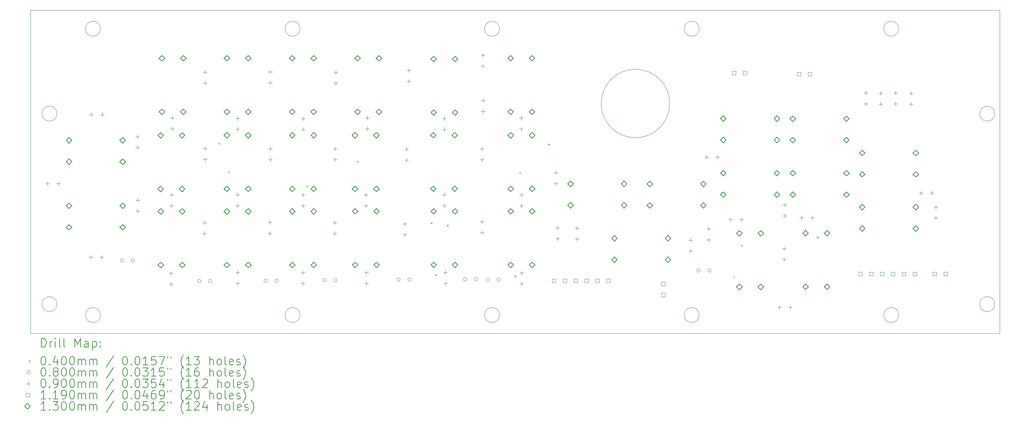
<source format=gbr>
%TF.GenerationSoftware,KiCad,Pcbnew,7.0.9*%
%TF.CreationDate,2023-12-04T13:57:27+10:00*%
%TF.ProjectId,UFC,5546432e-6b69-4636-9164-5f7063625858,rev?*%
%TF.SameCoordinates,Original*%
%TF.FileFunction,Drillmap*%
%TF.FilePolarity,Positive*%
%FSLAX45Y45*%
G04 Gerber Fmt 4.5, Leading zero omitted, Abs format (unit mm)*
G04 Created by KiCad (PCBNEW 7.0.9) date 2023-12-04 13:57:27*
%MOMM*%
%LPD*%
G01*
G04 APERTURE LIST*
%ADD10C,0.100000*%
%ADD11C,0.200000*%
%ADD12C,0.119000*%
%ADD13C,0.130000*%
G04 APERTURE END LIST*
D10*
X25774750Y-9821600D02*
G75*
G03*
X25424750Y-9821600I-175000J0D01*
G01*
X3549750Y-5374600D02*
G75*
G03*
X3899750Y-5374600I175000J0D01*
G01*
X3899750Y-9821600D02*
G75*
G03*
X3549750Y-9821600I-175000J0D01*
G01*
X23186750Y-10075600D02*
G75*
G03*
X23536750Y-10075600I175000J0D01*
G01*
X23536750Y-10075600D02*
G75*
G03*
X23186750Y-10075600I-175000J0D01*
G01*
X9571000Y-3392600D02*
G75*
G03*
X9221000Y-3392600I-175000J0D01*
G01*
X25774750Y-5374600D02*
G75*
G03*
X25424750Y-5374600I-175000J0D01*
G01*
X25424750Y-9821600D02*
G75*
G03*
X25774750Y-9821600I175000J0D01*
G01*
X13876250Y-10075600D02*
G75*
G03*
X14226250Y-10075600I175000J0D01*
G01*
X9221000Y-3392600D02*
G75*
G03*
X9571000Y-3392600I175000J0D01*
G01*
X3283050Y-10504600D02*
X25889050Y-10504600D01*
X18881500Y-10075600D02*
G75*
G03*
X18531500Y-10075600I-175000J0D01*
G01*
X14226250Y-10075600D02*
G75*
G03*
X13876250Y-10075600I-175000J0D01*
G01*
X23536750Y-3392600D02*
G75*
G03*
X23186750Y-3392600I-175000J0D01*
G01*
X18531500Y-10075600D02*
G75*
G03*
X18881500Y-10075600I175000J0D01*
G01*
X14226250Y-3392600D02*
G75*
G03*
X13876250Y-3392600I-175000J0D01*
G01*
X25889050Y-10504600D02*
X25889050Y-2956600D01*
X4565750Y-3392600D02*
G75*
G03*
X4915750Y-3392600I175000J0D01*
G01*
X13876250Y-3392600D02*
G75*
G03*
X14226250Y-3392600I175000J0D01*
G01*
X4915750Y-3392600D02*
G75*
G03*
X4565750Y-3392600I-175000J0D01*
G01*
X18194750Y-5136600D02*
G75*
G03*
X18194750Y-5136600I-800000J0D01*
G01*
X3283050Y-2956600D02*
X3283050Y-10504600D01*
X18881500Y-3392600D02*
G75*
G03*
X18531500Y-3392600I-175000J0D01*
G01*
X23186750Y-3392600D02*
G75*
G03*
X23536750Y-3392600I175000J0D01*
G01*
X3549750Y-9821600D02*
G75*
G03*
X3899750Y-9821600I175000J0D01*
G01*
X4915750Y-10075600D02*
G75*
G03*
X4565750Y-10075600I-175000J0D01*
G01*
X4565750Y-10075600D02*
G75*
G03*
X4915750Y-10075600I175000J0D01*
G01*
X3899750Y-5374600D02*
G75*
G03*
X3549750Y-5374600I-175000J0D01*
G01*
X9221000Y-10075600D02*
G75*
G03*
X9571000Y-10075600I175000J0D01*
G01*
X25889050Y-2956600D02*
X3283050Y-2956600D01*
X9571000Y-10075600D02*
G75*
G03*
X9221000Y-10075600I-175000J0D01*
G01*
X25424750Y-5374600D02*
G75*
G03*
X25774750Y-5374600I175000J0D01*
G01*
X18531500Y-3392600D02*
G75*
G03*
X18881500Y-3392600I175000J0D01*
G01*
D11*
D10*
X7671280Y-6047360D02*
X7711280Y-6087360D01*
X7711280Y-6047360D02*
X7671280Y-6087360D01*
X7891890Y-6721080D02*
X7931890Y-6761080D01*
X7931890Y-6721080D02*
X7891890Y-6761080D01*
X9709960Y-7047020D02*
X9749960Y-7087020D01*
X9749960Y-7047020D02*
X9709960Y-7087020D01*
X10895290Y-6473960D02*
X10935290Y-6513960D01*
X10935290Y-6473960D02*
X10895290Y-6513960D01*
X12615090Y-7907600D02*
X12655090Y-7947600D01*
X12655090Y-7907600D02*
X12615090Y-7947600D01*
X12714030Y-9120190D02*
X12754030Y-9160190D01*
X12754030Y-9120190D02*
X12714030Y-9160190D01*
X12991960Y-7961770D02*
X13031960Y-8001770D01*
X13031960Y-7961770D02*
X12991960Y-8001770D01*
X14566910Y-9146810D02*
X14606910Y-9186810D01*
X14606910Y-9146810D02*
X14566910Y-9186810D01*
X14682950Y-6738090D02*
X14722950Y-6778090D01*
X14722950Y-6738090D02*
X14682950Y-6778090D01*
X15351470Y-6071670D02*
X15391470Y-6111670D01*
X15391470Y-6071670D02*
X15351470Y-6111670D01*
X19671550Y-9170880D02*
X19711550Y-9210880D01*
X19711550Y-9170880D02*
X19671550Y-9210880D01*
X19856500Y-8429380D02*
X19896500Y-8469380D01*
X19896500Y-8429380D02*
X19856500Y-8469380D01*
X21622250Y-8238130D02*
X21662250Y-8278130D01*
X21662250Y-8238130D02*
X21622250Y-8278130D01*
X5456000Y-8801000D02*
G75*
G03*
X5456000Y-8801000I-40000J0D01*
G01*
X5710000Y-8801000D02*
G75*
G03*
X5710000Y-8801000I-40000J0D01*
G01*
X7261500Y-9280000D02*
G75*
G03*
X7261500Y-9280000I-40000J0D01*
G01*
X7515500Y-9280000D02*
G75*
G03*
X7515500Y-9280000I-40000J0D01*
G01*
X8810000Y-9274000D02*
G75*
G03*
X8810000Y-9274000I-40000J0D01*
G01*
X9064000Y-9274000D02*
G75*
G03*
X9064000Y-9274000I-40000J0D01*
G01*
X10181000Y-9259000D02*
G75*
G03*
X10181000Y-9259000I-40000J0D01*
G01*
X10435000Y-9259000D02*
G75*
G03*
X10435000Y-9259000I-40000J0D01*
G01*
X11910000Y-9246000D02*
G75*
G03*
X11910000Y-9246000I-40000J0D01*
G01*
X12164000Y-9246000D02*
G75*
G03*
X12164000Y-9246000I-40000J0D01*
G01*
X13459000Y-9240000D02*
G75*
G03*
X13459000Y-9240000I-40000J0D01*
G01*
X13713000Y-9240000D02*
G75*
G03*
X13713000Y-9240000I-40000J0D01*
G01*
X13987500Y-9250000D02*
G75*
G03*
X13987500Y-9250000I-40000J0D01*
G01*
X14241500Y-9250000D02*
G75*
G03*
X14241500Y-9250000I-40000J0D01*
G01*
X18905000Y-9036000D02*
G75*
G03*
X18905000Y-9036000I-40000J0D01*
G01*
X19159000Y-9036000D02*
G75*
G03*
X19159000Y-9036000I-40000J0D01*
G01*
X3678500Y-6962000D02*
X3678500Y-7052000D01*
X3633500Y-7007000D02*
X3723500Y-7007000D01*
X3932500Y-6962000D02*
X3932500Y-7052000D01*
X3887500Y-7007000D02*
X3977500Y-7007000D01*
X4692500Y-8681000D02*
X4692500Y-8771000D01*
X4647500Y-8726000D02*
X4737500Y-8726000D01*
X4704500Y-5350000D02*
X4704500Y-5440000D01*
X4659500Y-5395000D02*
X4749500Y-5395000D01*
X4946500Y-8681000D02*
X4946500Y-8771000D01*
X4901500Y-8726000D02*
X4991500Y-8726000D01*
X4958500Y-5350000D02*
X4958500Y-5440000D01*
X4913500Y-5395000D02*
X5003500Y-5395000D01*
X5779000Y-5866000D02*
X5779000Y-5956000D01*
X5734000Y-5911000D02*
X5824000Y-5911000D01*
X5779000Y-6120000D02*
X5779000Y-6210000D01*
X5734000Y-6165000D02*
X5824000Y-6165000D01*
X5784000Y-7346000D02*
X5784000Y-7436000D01*
X5739000Y-7391000D02*
X5829000Y-7391000D01*
X5784000Y-7600000D02*
X5784000Y-7690000D01*
X5739000Y-7645000D02*
X5829000Y-7645000D01*
X6561000Y-9055000D02*
X6561000Y-9145000D01*
X6516000Y-9100000D02*
X6606000Y-9100000D01*
X6561000Y-9309000D02*
X6561000Y-9399000D01*
X6516000Y-9354000D02*
X6606000Y-9354000D01*
X6572000Y-7223500D02*
X6572000Y-7313500D01*
X6527000Y-7268500D02*
X6617000Y-7268500D01*
X6572000Y-7477500D02*
X6572000Y-7567500D01*
X6527000Y-7522500D02*
X6617000Y-7522500D01*
X6591000Y-5424500D02*
X6591000Y-5514500D01*
X6546000Y-5469500D02*
X6636000Y-5469500D01*
X6591000Y-5678500D02*
X6591000Y-5768500D01*
X6546000Y-5723500D02*
X6636000Y-5723500D01*
X7343000Y-7872000D02*
X7343000Y-7962000D01*
X7298000Y-7917000D02*
X7388000Y-7917000D01*
X7343000Y-8126000D02*
X7343000Y-8216000D01*
X7298000Y-8171000D02*
X7388000Y-8171000D01*
X7353000Y-4358000D02*
X7353000Y-4448000D01*
X7308000Y-4403000D02*
X7398000Y-4403000D01*
X7353000Y-4612000D02*
X7353000Y-4702000D01*
X7308000Y-4657000D02*
X7398000Y-4657000D01*
X7353000Y-6143000D02*
X7353000Y-6233000D01*
X7308000Y-6188000D02*
X7398000Y-6188000D01*
X7353000Y-6397000D02*
X7353000Y-6487000D01*
X7308000Y-6442000D02*
X7398000Y-6442000D01*
X8112000Y-9035500D02*
X8112000Y-9125500D01*
X8067000Y-9080500D02*
X8157000Y-9080500D01*
X8112000Y-9289500D02*
X8112000Y-9379500D01*
X8067000Y-9334500D02*
X8157000Y-9334500D01*
X8114000Y-5438500D02*
X8114000Y-5528500D01*
X8069000Y-5483500D02*
X8159000Y-5483500D01*
X8114000Y-5692500D02*
X8114000Y-5782500D01*
X8069000Y-5737500D02*
X8159000Y-5737500D01*
X8114000Y-7219500D02*
X8114000Y-7309500D01*
X8069000Y-7264500D02*
X8159000Y-7264500D01*
X8114000Y-7473500D02*
X8114000Y-7563500D01*
X8069000Y-7518500D02*
X8159000Y-7518500D01*
X8865000Y-7870000D02*
X8865000Y-7960000D01*
X8820000Y-7915000D02*
X8910000Y-7915000D01*
X8865000Y-8124000D02*
X8865000Y-8214000D01*
X8820000Y-8169000D02*
X8910000Y-8169000D01*
X8876000Y-4352000D02*
X8876000Y-4442000D01*
X8831000Y-4397000D02*
X8921000Y-4397000D01*
X8876000Y-4606000D02*
X8876000Y-4696000D01*
X8831000Y-4651000D02*
X8921000Y-4651000D01*
X8878000Y-6149000D02*
X8878000Y-6239000D01*
X8833000Y-6194000D02*
X8923000Y-6194000D01*
X8878000Y-6403000D02*
X8878000Y-6493000D01*
X8833000Y-6448000D02*
X8923000Y-6448000D01*
X9637000Y-9039000D02*
X9637000Y-9129000D01*
X9592000Y-9084000D02*
X9682000Y-9084000D01*
X9637000Y-9293000D02*
X9637000Y-9383000D01*
X9592000Y-9338000D02*
X9682000Y-9338000D01*
X9640000Y-7226000D02*
X9640000Y-7316000D01*
X9595000Y-7271000D02*
X9685000Y-7271000D01*
X9640000Y-7480000D02*
X9640000Y-7570000D01*
X9595000Y-7525000D02*
X9685000Y-7525000D01*
X9643000Y-5444000D02*
X9643000Y-5534000D01*
X9598000Y-5489000D02*
X9688000Y-5489000D01*
X9643000Y-5698000D02*
X9643000Y-5788000D01*
X9598000Y-5743000D02*
X9688000Y-5743000D01*
X10383000Y-7872000D02*
X10383000Y-7962000D01*
X10338000Y-7917000D02*
X10428000Y-7917000D01*
X10383000Y-8126000D02*
X10383000Y-8216000D01*
X10338000Y-8171000D02*
X10428000Y-8171000D01*
X10389000Y-6147000D02*
X10389000Y-6237000D01*
X10344000Y-6192000D02*
X10434000Y-6192000D01*
X10389000Y-6401000D02*
X10389000Y-6491000D01*
X10344000Y-6446000D02*
X10434000Y-6446000D01*
X10402000Y-4365000D02*
X10402000Y-4455000D01*
X10357000Y-4410000D02*
X10447000Y-4410000D01*
X10402000Y-4619000D02*
X10402000Y-4709000D01*
X10357000Y-4664000D02*
X10447000Y-4664000D01*
X11105000Y-7222000D02*
X11105000Y-7312000D01*
X11060000Y-7267000D02*
X11150000Y-7267000D01*
X11105000Y-7476000D02*
X11105000Y-7566000D01*
X11060000Y-7521000D02*
X11150000Y-7521000D01*
X11118000Y-9037000D02*
X11118000Y-9127000D01*
X11073000Y-9082000D02*
X11163000Y-9082000D01*
X11118000Y-9291000D02*
X11118000Y-9381000D01*
X11073000Y-9336000D02*
X11163000Y-9336000D01*
X11139000Y-5425500D02*
X11139000Y-5515500D01*
X11094000Y-5470500D02*
X11184000Y-5470500D01*
X11139000Y-5679500D02*
X11139000Y-5769500D01*
X11094000Y-5724500D02*
X11184000Y-5724500D01*
X12013000Y-7900000D02*
X12013000Y-7990000D01*
X11968000Y-7945000D02*
X12058000Y-7945000D01*
X12013000Y-8154000D02*
X12013000Y-8244000D01*
X11968000Y-8199000D02*
X12058000Y-8199000D01*
X12054000Y-6160000D02*
X12054000Y-6250000D01*
X12009000Y-6205000D02*
X12099000Y-6205000D01*
X12054000Y-6414000D02*
X12054000Y-6504000D01*
X12009000Y-6459000D02*
X12099000Y-6459000D01*
X12102000Y-4319000D02*
X12102000Y-4409000D01*
X12057000Y-4364000D02*
X12147000Y-4364000D01*
X12102000Y-4573000D02*
X12102000Y-4663000D01*
X12057000Y-4618000D02*
X12147000Y-4618000D01*
X12932000Y-7219500D02*
X12932000Y-7309500D01*
X12887000Y-7264500D02*
X12977000Y-7264500D01*
X12932000Y-7473500D02*
X12932000Y-7563500D01*
X12887000Y-7518500D02*
X12977000Y-7518500D01*
X12936000Y-5441000D02*
X12936000Y-5531000D01*
X12891000Y-5486000D02*
X12981000Y-5486000D01*
X12936000Y-5695000D02*
X12936000Y-5785000D01*
X12891000Y-5740000D02*
X12981000Y-5740000D01*
X12958000Y-9038500D02*
X12958000Y-9128500D01*
X12913000Y-9083500D02*
X13003000Y-9083500D01*
X12958000Y-9292500D02*
X12958000Y-9382500D01*
X12913000Y-9337500D02*
X13003000Y-9337500D01*
X13814000Y-7851000D02*
X13814000Y-7941000D01*
X13769000Y-7896000D02*
X13859000Y-7896000D01*
X13814000Y-8105000D02*
X13814000Y-8195000D01*
X13769000Y-8150000D02*
X13859000Y-8150000D01*
X13815000Y-6151000D02*
X13815000Y-6241000D01*
X13770000Y-6196000D02*
X13860000Y-6196000D01*
X13815000Y-6405000D02*
X13815000Y-6495000D01*
X13770000Y-6450000D02*
X13860000Y-6450000D01*
X13833000Y-3966000D02*
X13833000Y-4056000D01*
X13788000Y-4011000D02*
X13878000Y-4011000D01*
X13833000Y-4220000D02*
X13833000Y-4310000D01*
X13788000Y-4265000D02*
X13878000Y-4265000D01*
X13840000Y-5018000D02*
X13840000Y-5108000D01*
X13795000Y-5063000D02*
X13885000Y-5063000D01*
X13840000Y-5272000D02*
X13840000Y-5362000D01*
X13795000Y-5317000D02*
X13885000Y-5317000D01*
X14731000Y-5431500D02*
X14731000Y-5521500D01*
X14686000Y-5476500D02*
X14776000Y-5476500D01*
X14731000Y-5685500D02*
X14731000Y-5775500D01*
X14686000Y-5730500D02*
X14776000Y-5730500D01*
X14735000Y-7223500D02*
X14735000Y-7313500D01*
X14690000Y-7268500D02*
X14780000Y-7268500D01*
X14735000Y-7477500D02*
X14735000Y-7567500D01*
X14690000Y-7522500D02*
X14780000Y-7522500D01*
X14739000Y-9045500D02*
X14739000Y-9135500D01*
X14694000Y-9090500D02*
X14784000Y-9090500D01*
X14739000Y-9299500D02*
X14739000Y-9389500D01*
X14694000Y-9344500D02*
X14784000Y-9344500D01*
X15537000Y-6708000D02*
X15537000Y-6798000D01*
X15492000Y-6753000D02*
X15582000Y-6753000D01*
X15537000Y-6962000D02*
X15537000Y-7052000D01*
X15492000Y-7007000D02*
X15582000Y-7007000D01*
X15577000Y-7997000D02*
X15577000Y-8087000D01*
X15532000Y-8042000D02*
X15622000Y-8042000D01*
X15577000Y-8251000D02*
X15577000Y-8341000D01*
X15532000Y-8296000D02*
X15622000Y-8296000D01*
X16028000Y-8003000D02*
X16028000Y-8093000D01*
X15983000Y-8048000D02*
X16073000Y-8048000D01*
X16028000Y-8257000D02*
X16028000Y-8347000D01*
X15983000Y-8302000D02*
X16073000Y-8302000D01*
X18680000Y-8283000D02*
X18680000Y-8373000D01*
X18635000Y-8328000D02*
X18725000Y-8328000D01*
X18680000Y-8537000D02*
X18680000Y-8627000D01*
X18635000Y-8582000D02*
X18725000Y-8582000D01*
X19052000Y-6343000D02*
X19052000Y-6433000D01*
X19007000Y-6388000D02*
X19097000Y-6388000D01*
X19102000Y-8019000D02*
X19102000Y-8109000D01*
X19057000Y-8064000D02*
X19147000Y-8064000D01*
X19102000Y-8273000D02*
X19102000Y-8363000D01*
X19057000Y-8318000D02*
X19147000Y-8318000D01*
X19306000Y-6343000D02*
X19306000Y-6433000D01*
X19261000Y-6388000D02*
X19351000Y-6388000D01*
X19611000Y-7801000D02*
X19611000Y-7891000D01*
X19566000Y-7846000D02*
X19656000Y-7846000D01*
X19865000Y-7801000D02*
X19865000Y-7891000D01*
X19820000Y-7846000D02*
X19910000Y-7846000D01*
X20750000Y-9848000D02*
X20750000Y-9938000D01*
X20705000Y-9893000D02*
X20795000Y-9893000D01*
X20863000Y-8475000D02*
X20863000Y-8565000D01*
X20818000Y-8520000D02*
X20908000Y-8520000D01*
X20863000Y-8729000D02*
X20863000Y-8819000D01*
X20818000Y-8774000D02*
X20908000Y-8774000D01*
X20876000Y-7457000D02*
X20876000Y-7547000D01*
X20831000Y-7502000D02*
X20921000Y-7502000D01*
X20876000Y-7711000D02*
X20876000Y-7801000D01*
X20831000Y-7756000D02*
X20921000Y-7756000D01*
X21004000Y-9848000D02*
X21004000Y-9938000D01*
X20959000Y-9893000D02*
X21049000Y-9893000D01*
X21270000Y-7760000D02*
X21270000Y-7850000D01*
X21225000Y-7805000D02*
X21315000Y-7805000D01*
X21524000Y-7760000D02*
X21524000Y-7850000D01*
X21479000Y-7805000D02*
X21569000Y-7805000D01*
X22767000Y-4843000D02*
X22767000Y-4933000D01*
X22722000Y-4888000D02*
X22812000Y-4888000D01*
X22767000Y-5097000D02*
X22767000Y-5187000D01*
X22722000Y-5142000D02*
X22812000Y-5142000D01*
X23113000Y-4850000D02*
X23113000Y-4940000D01*
X23068000Y-4895000D02*
X23158000Y-4895000D01*
X23113000Y-5104000D02*
X23113000Y-5194000D01*
X23068000Y-5149000D02*
X23158000Y-5149000D01*
X23459000Y-4843000D02*
X23459000Y-4933000D01*
X23414000Y-4888000D02*
X23504000Y-4888000D01*
X23459000Y-5097000D02*
X23459000Y-5187000D01*
X23414000Y-5142000D02*
X23504000Y-5142000D01*
X23820000Y-4853000D02*
X23820000Y-4943000D01*
X23775000Y-4898000D02*
X23865000Y-4898000D01*
X23820000Y-5107000D02*
X23820000Y-5197000D01*
X23775000Y-5152000D02*
X23865000Y-5152000D01*
X24053500Y-7185000D02*
X24053500Y-7275000D01*
X24008500Y-7230000D02*
X24098500Y-7230000D01*
X24307500Y-7185000D02*
X24307500Y-7275000D01*
X24262500Y-7230000D02*
X24352500Y-7230000D01*
X24401000Y-7515000D02*
X24401000Y-7605000D01*
X24356000Y-7560000D02*
X24446000Y-7560000D01*
X24401000Y-7769000D02*
X24401000Y-7859000D01*
X24356000Y-7814000D02*
X24446000Y-7814000D01*
D12*
X15533073Y-9314073D02*
X15533073Y-9229927D01*
X15448927Y-9229927D01*
X15448927Y-9314073D01*
X15533073Y-9314073D01*
X15787073Y-9314073D02*
X15787073Y-9229927D01*
X15702927Y-9229927D01*
X15702927Y-9314073D01*
X15787073Y-9314073D01*
X16041073Y-9314073D02*
X16041073Y-9229927D01*
X15956927Y-9229927D01*
X15956927Y-9314073D01*
X16041073Y-9314073D01*
X16295073Y-9314073D02*
X16295073Y-9229927D01*
X16210927Y-9229927D01*
X16210927Y-9314073D01*
X16295073Y-9314073D01*
X16549073Y-9314073D02*
X16549073Y-9229927D01*
X16464927Y-9229927D01*
X16464927Y-9314073D01*
X16549073Y-9314073D01*
X16803073Y-9314073D02*
X16803073Y-9229927D01*
X16718927Y-9229927D01*
X16718927Y-9314073D01*
X16803073Y-9314073D01*
X18085073Y-9396073D02*
X18085073Y-9311927D01*
X18000927Y-9311927D01*
X18000927Y-9396073D01*
X18085073Y-9396073D01*
X18085073Y-9650073D02*
X18085073Y-9565927D01*
X18000927Y-9565927D01*
X18000927Y-9650073D01*
X18085073Y-9650073D01*
X19734073Y-4464073D02*
X19734073Y-4379927D01*
X19649927Y-4379927D01*
X19649927Y-4464073D01*
X19734073Y-4464073D01*
X19988073Y-4464073D02*
X19988073Y-4379927D01*
X19903927Y-4379927D01*
X19903927Y-4464073D01*
X19988073Y-4464073D01*
X21251073Y-4489073D02*
X21251073Y-4404927D01*
X21166927Y-4404927D01*
X21166927Y-4489073D01*
X21251073Y-4489073D01*
X21505073Y-4489073D02*
X21505073Y-4404927D01*
X21420927Y-4404927D01*
X21420927Y-4489073D01*
X21505073Y-4489073D01*
X22679073Y-9156073D02*
X22679073Y-9071927D01*
X22594927Y-9071927D01*
X22594927Y-9156073D01*
X22679073Y-9156073D01*
X22933073Y-9156073D02*
X22933073Y-9071927D01*
X22848927Y-9071927D01*
X22848927Y-9156073D01*
X22933073Y-9156073D01*
X23187073Y-9156073D02*
X23187073Y-9071927D01*
X23102927Y-9071927D01*
X23102927Y-9156073D01*
X23187073Y-9156073D01*
X23441073Y-9156073D02*
X23441073Y-9071927D01*
X23356927Y-9071927D01*
X23356927Y-9156073D01*
X23441073Y-9156073D01*
X23695073Y-9156073D02*
X23695073Y-9071927D01*
X23610927Y-9071927D01*
X23610927Y-9156073D01*
X23695073Y-9156073D01*
X23949073Y-9156073D02*
X23949073Y-9071927D01*
X23864927Y-9071927D01*
X23864927Y-9156073D01*
X23949073Y-9156073D01*
X24416073Y-9158073D02*
X24416073Y-9073927D01*
X24331927Y-9073927D01*
X24331927Y-9158073D01*
X24416073Y-9158073D01*
X24670073Y-9158073D02*
X24670073Y-9073927D01*
X24585927Y-9073927D01*
X24585927Y-9158073D01*
X24670073Y-9158073D01*
D13*
X4183000Y-7591000D02*
X4248000Y-7526000D01*
X4183000Y-7461000D01*
X4118000Y-7526000D01*
X4183000Y-7591000D01*
X4183000Y-8091000D02*
X4248000Y-8026000D01*
X4183000Y-7961000D01*
X4118000Y-8026000D01*
X4183000Y-8091000D01*
X4184000Y-6064000D02*
X4249000Y-5999000D01*
X4184000Y-5934000D01*
X4119000Y-5999000D01*
X4184000Y-6064000D01*
X4184000Y-6564000D02*
X4249000Y-6499000D01*
X4184000Y-6434000D01*
X4119000Y-6499000D01*
X4184000Y-6564000D01*
X5433000Y-7591000D02*
X5498000Y-7526000D01*
X5433000Y-7461000D01*
X5368000Y-7526000D01*
X5433000Y-7591000D01*
X5433000Y-8091000D02*
X5498000Y-8026000D01*
X5433000Y-7961000D01*
X5368000Y-8026000D01*
X5433000Y-8091000D01*
X5434000Y-6064000D02*
X5499000Y-5999000D01*
X5434000Y-5934000D01*
X5369000Y-5999000D01*
X5434000Y-6064000D01*
X5434000Y-6564000D02*
X5499000Y-6499000D01*
X5434000Y-6434000D01*
X5369000Y-6499000D01*
X5434000Y-6564000D01*
X6321000Y-5947000D02*
X6386000Y-5882000D01*
X6321000Y-5817000D01*
X6256000Y-5882000D01*
X6321000Y-5947000D01*
X6321000Y-7197000D02*
X6386000Y-7132000D01*
X6321000Y-7067000D01*
X6256000Y-7132000D01*
X6321000Y-7197000D01*
X6322000Y-7724000D02*
X6387000Y-7659000D01*
X6322000Y-7594000D01*
X6257000Y-7659000D01*
X6322000Y-7724000D01*
X6322000Y-8974000D02*
X6387000Y-8909000D01*
X6322000Y-8844000D01*
X6257000Y-8909000D01*
X6322000Y-8974000D01*
X6348000Y-4148000D02*
X6413000Y-4083000D01*
X6348000Y-4018000D01*
X6283000Y-4083000D01*
X6348000Y-4148000D01*
X6348000Y-5398000D02*
X6413000Y-5333000D01*
X6348000Y-5268000D01*
X6283000Y-5333000D01*
X6348000Y-5398000D01*
X6821000Y-5947000D02*
X6886000Y-5882000D01*
X6821000Y-5817000D01*
X6756000Y-5882000D01*
X6821000Y-5947000D01*
X6821000Y-7197000D02*
X6886000Y-7132000D01*
X6821000Y-7067000D01*
X6756000Y-7132000D01*
X6821000Y-7197000D01*
X6822000Y-7724000D02*
X6887000Y-7659000D01*
X6822000Y-7594000D01*
X6757000Y-7659000D01*
X6822000Y-7724000D01*
X6822000Y-8974000D02*
X6887000Y-8909000D01*
X6822000Y-8844000D01*
X6757000Y-8909000D01*
X6822000Y-8974000D01*
X6848000Y-4148000D02*
X6913000Y-4083000D01*
X6848000Y-4018000D01*
X6783000Y-4083000D01*
X6848000Y-4148000D01*
X6848000Y-5398000D02*
X6913000Y-5333000D01*
X6848000Y-5268000D01*
X6783000Y-5333000D01*
X6848000Y-5398000D01*
X7863000Y-4148000D02*
X7928000Y-4083000D01*
X7863000Y-4018000D01*
X7798000Y-4083000D01*
X7863000Y-4148000D01*
X7863000Y-5398000D02*
X7928000Y-5333000D01*
X7863000Y-5268000D01*
X7798000Y-5333000D01*
X7863000Y-5398000D01*
X7864000Y-5945000D02*
X7929000Y-5880000D01*
X7864000Y-5815000D01*
X7799000Y-5880000D01*
X7864000Y-5945000D01*
X7864000Y-7195000D02*
X7929000Y-7130000D01*
X7864000Y-7065000D01*
X7799000Y-7130000D01*
X7864000Y-7195000D01*
X7864000Y-7723000D02*
X7929000Y-7658000D01*
X7864000Y-7593000D01*
X7799000Y-7658000D01*
X7864000Y-7723000D01*
X7864000Y-8973000D02*
X7929000Y-8908000D01*
X7864000Y-8843000D01*
X7799000Y-8908000D01*
X7864000Y-8973000D01*
X8363000Y-4148000D02*
X8428000Y-4083000D01*
X8363000Y-4018000D01*
X8298000Y-4083000D01*
X8363000Y-4148000D01*
X8363000Y-5398000D02*
X8428000Y-5333000D01*
X8363000Y-5268000D01*
X8298000Y-5333000D01*
X8363000Y-5398000D01*
X8364000Y-5945000D02*
X8429000Y-5880000D01*
X8364000Y-5815000D01*
X8299000Y-5880000D01*
X8364000Y-5945000D01*
X8364000Y-7195000D02*
X8429000Y-7130000D01*
X8364000Y-7065000D01*
X8299000Y-7130000D01*
X8364000Y-7195000D01*
X8364000Y-7723000D02*
X8429000Y-7658000D01*
X8364000Y-7593000D01*
X8299000Y-7658000D01*
X8364000Y-7723000D01*
X8364000Y-8973000D02*
X8429000Y-8908000D01*
X8364000Y-8843000D01*
X8299000Y-8908000D01*
X8364000Y-8973000D01*
X9388000Y-4147000D02*
X9453000Y-4082000D01*
X9388000Y-4017000D01*
X9323000Y-4082000D01*
X9388000Y-4147000D01*
X9388000Y-5397000D02*
X9453000Y-5332000D01*
X9388000Y-5267000D01*
X9323000Y-5332000D01*
X9388000Y-5397000D01*
X9390000Y-7724000D02*
X9455000Y-7659000D01*
X9390000Y-7594000D01*
X9325000Y-7659000D01*
X9390000Y-7724000D01*
X9390000Y-8974000D02*
X9455000Y-8909000D01*
X9390000Y-8844000D01*
X9325000Y-8909000D01*
X9390000Y-8974000D01*
X9392000Y-5946000D02*
X9457000Y-5881000D01*
X9392000Y-5816000D01*
X9327000Y-5881000D01*
X9392000Y-5946000D01*
X9392000Y-7196000D02*
X9457000Y-7131000D01*
X9392000Y-7066000D01*
X9327000Y-7131000D01*
X9392000Y-7196000D01*
X9888000Y-4147000D02*
X9953000Y-4082000D01*
X9888000Y-4017000D01*
X9823000Y-4082000D01*
X9888000Y-4147000D01*
X9888000Y-5397000D02*
X9953000Y-5332000D01*
X9888000Y-5267000D01*
X9823000Y-5332000D01*
X9888000Y-5397000D01*
X9890000Y-7724000D02*
X9955000Y-7659000D01*
X9890000Y-7594000D01*
X9825000Y-7659000D01*
X9890000Y-7724000D01*
X9890000Y-8974000D02*
X9955000Y-8909000D01*
X9890000Y-8844000D01*
X9825000Y-8909000D01*
X9890000Y-8974000D01*
X9892000Y-5946000D02*
X9957000Y-5881000D01*
X9892000Y-5816000D01*
X9827000Y-5881000D01*
X9892000Y-5946000D01*
X9892000Y-7196000D02*
X9957000Y-7131000D01*
X9892000Y-7066000D01*
X9827000Y-7131000D01*
X9892000Y-7196000D01*
X10854000Y-5945000D02*
X10919000Y-5880000D01*
X10854000Y-5815000D01*
X10789000Y-5880000D01*
X10854000Y-5945000D01*
X10854000Y-7195000D02*
X10919000Y-7130000D01*
X10854000Y-7065000D01*
X10789000Y-7130000D01*
X10854000Y-7195000D01*
X10856000Y-7721000D02*
X10921000Y-7656000D01*
X10856000Y-7591000D01*
X10791000Y-7656000D01*
X10856000Y-7721000D01*
X10856000Y-8971000D02*
X10921000Y-8906000D01*
X10856000Y-8841000D01*
X10791000Y-8906000D01*
X10856000Y-8971000D01*
X10913000Y-4146000D02*
X10978000Y-4081000D01*
X10913000Y-4016000D01*
X10848000Y-4081000D01*
X10913000Y-4146000D01*
X10913000Y-5396000D02*
X10978000Y-5331000D01*
X10913000Y-5266000D01*
X10848000Y-5331000D01*
X10913000Y-5396000D01*
X11354000Y-5945000D02*
X11419000Y-5880000D01*
X11354000Y-5815000D01*
X11289000Y-5880000D01*
X11354000Y-5945000D01*
X11354000Y-7195000D02*
X11419000Y-7130000D01*
X11354000Y-7065000D01*
X11289000Y-7130000D01*
X11354000Y-7195000D01*
X11356000Y-7721000D02*
X11421000Y-7656000D01*
X11356000Y-7591000D01*
X11291000Y-7656000D01*
X11356000Y-7721000D01*
X11356000Y-8971000D02*
X11421000Y-8906000D01*
X11356000Y-8841000D01*
X11291000Y-8906000D01*
X11356000Y-8971000D01*
X11413000Y-4146000D02*
X11478000Y-4081000D01*
X11413000Y-4016000D01*
X11348000Y-4081000D01*
X11413000Y-4146000D01*
X11413000Y-5396000D02*
X11478000Y-5331000D01*
X11413000Y-5266000D01*
X11348000Y-5331000D01*
X11413000Y-5396000D01*
X12679000Y-5941000D02*
X12744000Y-5876000D01*
X12679000Y-5811000D01*
X12614000Y-5876000D01*
X12679000Y-5941000D01*
X12679000Y-7191000D02*
X12744000Y-7126000D01*
X12679000Y-7061000D01*
X12614000Y-7126000D01*
X12679000Y-7191000D01*
X12687000Y-7721000D02*
X12752000Y-7656000D01*
X12687000Y-7591000D01*
X12622000Y-7656000D01*
X12687000Y-7721000D01*
X12687000Y-8971000D02*
X12752000Y-8906000D01*
X12687000Y-8841000D01*
X12622000Y-8906000D01*
X12687000Y-8971000D01*
X12688000Y-4164000D02*
X12753000Y-4099000D01*
X12688000Y-4034000D01*
X12623000Y-4099000D01*
X12688000Y-4164000D01*
X12688000Y-5414000D02*
X12753000Y-5349000D01*
X12688000Y-5284000D01*
X12623000Y-5349000D01*
X12688000Y-5414000D01*
X13179000Y-5941000D02*
X13244000Y-5876000D01*
X13179000Y-5811000D01*
X13114000Y-5876000D01*
X13179000Y-5941000D01*
X13179000Y-7191000D02*
X13244000Y-7126000D01*
X13179000Y-7061000D01*
X13114000Y-7126000D01*
X13179000Y-7191000D01*
X13187000Y-7721000D02*
X13252000Y-7656000D01*
X13187000Y-7591000D01*
X13122000Y-7656000D01*
X13187000Y-7721000D01*
X13187000Y-8971000D02*
X13252000Y-8906000D01*
X13187000Y-8841000D01*
X13122000Y-8906000D01*
X13187000Y-8971000D01*
X13188000Y-4164000D02*
X13253000Y-4099000D01*
X13188000Y-4034000D01*
X13123000Y-4099000D01*
X13188000Y-4164000D01*
X13188000Y-5414000D02*
X13253000Y-5349000D01*
X13188000Y-5284000D01*
X13123000Y-5349000D01*
X13188000Y-5414000D01*
X14482000Y-4148000D02*
X14547000Y-4083000D01*
X14482000Y-4018000D01*
X14417000Y-4083000D01*
X14482000Y-4148000D01*
X14482000Y-5398000D02*
X14547000Y-5333000D01*
X14482000Y-5268000D01*
X14417000Y-5333000D01*
X14482000Y-5398000D01*
X14484000Y-7721000D02*
X14549000Y-7656000D01*
X14484000Y-7591000D01*
X14419000Y-7656000D01*
X14484000Y-7721000D01*
X14484000Y-8971000D02*
X14549000Y-8906000D01*
X14484000Y-8841000D01*
X14419000Y-8906000D01*
X14484000Y-8971000D01*
X14485000Y-5945000D02*
X14550000Y-5880000D01*
X14485000Y-5815000D01*
X14420000Y-5880000D01*
X14485000Y-5945000D01*
X14485000Y-7195000D02*
X14550000Y-7130000D01*
X14485000Y-7065000D01*
X14420000Y-7130000D01*
X14485000Y-7195000D01*
X14982000Y-4148000D02*
X15047000Y-4083000D01*
X14982000Y-4018000D01*
X14917000Y-4083000D01*
X14982000Y-4148000D01*
X14982000Y-5398000D02*
X15047000Y-5333000D01*
X14982000Y-5268000D01*
X14917000Y-5333000D01*
X14982000Y-5398000D01*
X14984000Y-7721000D02*
X15049000Y-7656000D01*
X14984000Y-7591000D01*
X14919000Y-7656000D01*
X14984000Y-7721000D01*
X14984000Y-8971000D02*
X15049000Y-8906000D01*
X14984000Y-8841000D01*
X14919000Y-8906000D01*
X14984000Y-8971000D01*
X14985000Y-5945000D02*
X15050000Y-5880000D01*
X14985000Y-5815000D01*
X14920000Y-5880000D01*
X14985000Y-5945000D01*
X14985000Y-7195000D02*
X15050000Y-7130000D01*
X14985000Y-7065000D01*
X14920000Y-7130000D01*
X14985000Y-7195000D01*
X15881000Y-7079000D02*
X15946000Y-7014000D01*
X15881000Y-6949000D01*
X15816000Y-7014000D01*
X15881000Y-7079000D01*
X15881000Y-7579000D02*
X15946000Y-7514000D01*
X15881000Y-7449000D01*
X15816000Y-7514000D01*
X15881000Y-7579000D01*
X16904000Y-8350000D02*
X16969000Y-8285000D01*
X16904000Y-8220000D01*
X16839000Y-8285000D01*
X16904000Y-8350000D01*
X16904000Y-8850000D02*
X16969000Y-8785000D01*
X16904000Y-8720000D01*
X16839000Y-8785000D01*
X16904000Y-8850000D01*
X17131000Y-7079000D02*
X17196000Y-7014000D01*
X17131000Y-6949000D01*
X17066000Y-7014000D01*
X17131000Y-7079000D01*
X17131000Y-7579000D02*
X17196000Y-7514000D01*
X17131000Y-7449000D01*
X17066000Y-7514000D01*
X17131000Y-7579000D01*
X17728000Y-7081000D02*
X17793000Y-7016000D01*
X17728000Y-6951000D01*
X17663000Y-7016000D01*
X17728000Y-7081000D01*
X17728000Y-7581000D02*
X17793000Y-7516000D01*
X17728000Y-7451000D01*
X17663000Y-7516000D01*
X17728000Y-7581000D01*
X18154000Y-8350000D02*
X18219000Y-8285000D01*
X18154000Y-8220000D01*
X18089000Y-8285000D01*
X18154000Y-8350000D01*
X18154000Y-8850000D02*
X18219000Y-8785000D01*
X18154000Y-8720000D01*
X18089000Y-8785000D01*
X18154000Y-8850000D01*
X18978000Y-7081000D02*
X19043000Y-7016000D01*
X18978000Y-6951000D01*
X18913000Y-7016000D01*
X18978000Y-7081000D01*
X18978000Y-7581000D02*
X19043000Y-7516000D01*
X18978000Y-7451000D01*
X18913000Y-7516000D01*
X18978000Y-7581000D01*
X19444000Y-5556000D02*
X19509000Y-5491000D01*
X19444000Y-5426000D01*
X19379000Y-5491000D01*
X19444000Y-5556000D01*
X19444000Y-6056000D02*
X19509000Y-5991000D01*
X19444000Y-5926000D01*
X19379000Y-5991000D01*
X19444000Y-6056000D01*
X19444000Y-6829000D02*
X19509000Y-6764000D01*
X19444000Y-6699000D01*
X19379000Y-6764000D01*
X19444000Y-6829000D01*
X19444000Y-7329000D02*
X19509000Y-7264000D01*
X19444000Y-7199000D01*
X19379000Y-7264000D01*
X19444000Y-7329000D01*
X19818000Y-8234000D02*
X19883000Y-8169000D01*
X19818000Y-8104000D01*
X19753000Y-8169000D01*
X19818000Y-8234000D01*
X19818000Y-9484000D02*
X19883000Y-9419000D01*
X19818000Y-9354000D01*
X19753000Y-9419000D01*
X19818000Y-9484000D01*
X20318000Y-8234000D02*
X20383000Y-8169000D01*
X20318000Y-8104000D01*
X20253000Y-8169000D01*
X20318000Y-8234000D01*
X20318000Y-9484000D02*
X20383000Y-9419000D01*
X20318000Y-9354000D01*
X20253000Y-9419000D01*
X20318000Y-9484000D01*
X20694000Y-5556000D02*
X20759000Y-5491000D01*
X20694000Y-5426000D01*
X20629000Y-5491000D01*
X20694000Y-5556000D01*
X20694000Y-6056000D02*
X20759000Y-5991000D01*
X20694000Y-5926000D01*
X20629000Y-5991000D01*
X20694000Y-6056000D01*
X20694000Y-6829000D02*
X20759000Y-6764000D01*
X20694000Y-6699000D01*
X20629000Y-6764000D01*
X20694000Y-6829000D01*
X20694000Y-7329000D02*
X20759000Y-7264000D01*
X20694000Y-7199000D01*
X20629000Y-7264000D01*
X20694000Y-7329000D01*
X21065000Y-5558000D02*
X21130000Y-5493000D01*
X21065000Y-5428000D01*
X21000000Y-5493000D01*
X21065000Y-5558000D01*
X21065000Y-6058000D02*
X21130000Y-5993000D01*
X21065000Y-5928000D01*
X21000000Y-5993000D01*
X21065000Y-6058000D01*
X21067000Y-6831000D02*
X21132000Y-6766000D01*
X21067000Y-6701000D01*
X21002000Y-6766000D01*
X21067000Y-6831000D01*
X21067000Y-7331000D02*
X21132000Y-7266000D01*
X21067000Y-7201000D01*
X21002000Y-7266000D01*
X21067000Y-7331000D01*
X21364000Y-8230000D02*
X21429000Y-8165000D01*
X21364000Y-8100000D01*
X21299000Y-8165000D01*
X21364000Y-8230000D01*
X21364000Y-9480000D02*
X21429000Y-9415000D01*
X21364000Y-9350000D01*
X21299000Y-9415000D01*
X21364000Y-9480000D01*
X21864000Y-8230000D02*
X21929000Y-8165000D01*
X21864000Y-8100000D01*
X21799000Y-8165000D01*
X21864000Y-8230000D01*
X21864000Y-9480000D02*
X21929000Y-9415000D01*
X21864000Y-9350000D01*
X21799000Y-9415000D01*
X21864000Y-9480000D01*
X22315000Y-5558000D02*
X22380000Y-5493000D01*
X22315000Y-5428000D01*
X22250000Y-5493000D01*
X22315000Y-5558000D01*
X22315000Y-6058000D02*
X22380000Y-5993000D01*
X22315000Y-5928000D01*
X22250000Y-5993000D01*
X22315000Y-6058000D01*
X22317000Y-6831000D02*
X22382000Y-6766000D01*
X22317000Y-6701000D01*
X22252000Y-6766000D01*
X22317000Y-6831000D01*
X22317000Y-7331000D02*
X22382000Y-7266000D01*
X22317000Y-7201000D01*
X22252000Y-7266000D01*
X22317000Y-7331000D01*
X22683000Y-6357000D02*
X22748000Y-6292000D01*
X22683000Y-6227000D01*
X22618000Y-6292000D01*
X22683000Y-6357000D01*
X22683000Y-6857000D02*
X22748000Y-6792000D01*
X22683000Y-6727000D01*
X22618000Y-6792000D01*
X22683000Y-6857000D01*
X22683000Y-7621000D02*
X22748000Y-7556000D01*
X22683000Y-7491000D01*
X22618000Y-7556000D01*
X22683000Y-7621000D01*
X22683000Y-8121000D02*
X22748000Y-8056000D01*
X22683000Y-7991000D01*
X22618000Y-8056000D01*
X22683000Y-8121000D01*
X23933000Y-6357000D02*
X23998000Y-6292000D01*
X23933000Y-6227000D01*
X23868000Y-6292000D01*
X23933000Y-6357000D01*
X23933000Y-6857000D02*
X23998000Y-6792000D01*
X23933000Y-6727000D01*
X23868000Y-6792000D01*
X23933000Y-6857000D01*
X23933000Y-7621000D02*
X23998000Y-7556000D01*
X23933000Y-7491000D01*
X23868000Y-7556000D01*
X23933000Y-7621000D01*
X23933000Y-8121000D02*
X23998000Y-8056000D01*
X23933000Y-7991000D01*
X23868000Y-8056000D01*
X23933000Y-8121000D01*
D11*
X3538827Y-10821084D02*
X3538827Y-10621084D01*
X3538827Y-10621084D02*
X3586446Y-10621084D01*
X3586446Y-10621084D02*
X3615017Y-10630608D01*
X3615017Y-10630608D02*
X3634065Y-10649655D01*
X3634065Y-10649655D02*
X3643589Y-10668703D01*
X3643589Y-10668703D02*
X3653112Y-10706798D01*
X3653112Y-10706798D02*
X3653112Y-10735370D01*
X3653112Y-10735370D02*
X3643589Y-10773465D01*
X3643589Y-10773465D02*
X3634065Y-10792512D01*
X3634065Y-10792512D02*
X3615017Y-10811560D01*
X3615017Y-10811560D02*
X3586446Y-10821084D01*
X3586446Y-10821084D02*
X3538827Y-10821084D01*
X3738827Y-10821084D02*
X3738827Y-10687750D01*
X3738827Y-10725846D02*
X3748351Y-10706798D01*
X3748351Y-10706798D02*
X3757874Y-10697274D01*
X3757874Y-10697274D02*
X3776922Y-10687750D01*
X3776922Y-10687750D02*
X3795970Y-10687750D01*
X3862636Y-10821084D02*
X3862636Y-10687750D01*
X3862636Y-10621084D02*
X3853112Y-10630608D01*
X3853112Y-10630608D02*
X3862636Y-10640131D01*
X3862636Y-10640131D02*
X3872160Y-10630608D01*
X3872160Y-10630608D02*
X3862636Y-10621084D01*
X3862636Y-10621084D02*
X3862636Y-10640131D01*
X3986446Y-10821084D02*
X3967398Y-10811560D01*
X3967398Y-10811560D02*
X3957874Y-10792512D01*
X3957874Y-10792512D02*
X3957874Y-10621084D01*
X4091208Y-10821084D02*
X4072160Y-10811560D01*
X4072160Y-10811560D02*
X4062636Y-10792512D01*
X4062636Y-10792512D02*
X4062636Y-10621084D01*
X4319779Y-10821084D02*
X4319779Y-10621084D01*
X4319779Y-10621084D02*
X4386446Y-10763941D01*
X4386446Y-10763941D02*
X4453113Y-10621084D01*
X4453113Y-10621084D02*
X4453113Y-10821084D01*
X4634065Y-10821084D02*
X4634065Y-10716322D01*
X4634065Y-10716322D02*
X4624541Y-10697274D01*
X4624541Y-10697274D02*
X4605494Y-10687750D01*
X4605494Y-10687750D02*
X4567398Y-10687750D01*
X4567398Y-10687750D02*
X4548351Y-10697274D01*
X4634065Y-10811560D02*
X4615017Y-10821084D01*
X4615017Y-10821084D02*
X4567398Y-10821084D01*
X4567398Y-10821084D02*
X4548351Y-10811560D01*
X4548351Y-10811560D02*
X4538827Y-10792512D01*
X4538827Y-10792512D02*
X4538827Y-10773465D01*
X4538827Y-10773465D02*
X4548351Y-10754417D01*
X4548351Y-10754417D02*
X4567398Y-10744893D01*
X4567398Y-10744893D02*
X4615017Y-10744893D01*
X4615017Y-10744893D02*
X4634065Y-10735370D01*
X4729303Y-10687750D02*
X4729303Y-10887750D01*
X4729303Y-10697274D02*
X4748351Y-10687750D01*
X4748351Y-10687750D02*
X4786446Y-10687750D01*
X4786446Y-10687750D02*
X4805494Y-10697274D01*
X4805494Y-10697274D02*
X4815017Y-10706798D01*
X4815017Y-10706798D02*
X4824541Y-10725846D01*
X4824541Y-10725846D02*
X4824541Y-10782989D01*
X4824541Y-10782989D02*
X4815017Y-10802036D01*
X4815017Y-10802036D02*
X4805494Y-10811560D01*
X4805494Y-10811560D02*
X4786446Y-10821084D01*
X4786446Y-10821084D02*
X4748351Y-10821084D01*
X4748351Y-10821084D02*
X4729303Y-10811560D01*
X4910255Y-10802036D02*
X4919779Y-10811560D01*
X4919779Y-10811560D02*
X4910255Y-10821084D01*
X4910255Y-10821084D02*
X4900732Y-10811560D01*
X4900732Y-10811560D02*
X4910255Y-10802036D01*
X4910255Y-10802036D02*
X4910255Y-10821084D01*
X4910255Y-10697274D02*
X4919779Y-10706798D01*
X4919779Y-10706798D02*
X4910255Y-10716322D01*
X4910255Y-10716322D02*
X4900732Y-10706798D01*
X4900732Y-10706798D02*
X4910255Y-10697274D01*
X4910255Y-10697274D02*
X4910255Y-10716322D01*
D10*
X3238050Y-11129600D02*
X3278050Y-11169600D01*
X3278050Y-11129600D02*
X3238050Y-11169600D01*
D11*
X3576922Y-11041084D02*
X3595970Y-11041084D01*
X3595970Y-11041084D02*
X3615017Y-11050608D01*
X3615017Y-11050608D02*
X3624541Y-11060131D01*
X3624541Y-11060131D02*
X3634065Y-11079179D01*
X3634065Y-11079179D02*
X3643589Y-11117274D01*
X3643589Y-11117274D02*
X3643589Y-11164893D01*
X3643589Y-11164893D02*
X3634065Y-11202988D01*
X3634065Y-11202988D02*
X3624541Y-11222036D01*
X3624541Y-11222036D02*
X3615017Y-11231560D01*
X3615017Y-11231560D02*
X3595970Y-11241084D01*
X3595970Y-11241084D02*
X3576922Y-11241084D01*
X3576922Y-11241084D02*
X3557874Y-11231560D01*
X3557874Y-11231560D02*
X3548351Y-11222036D01*
X3548351Y-11222036D02*
X3538827Y-11202988D01*
X3538827Y-11202988D02*
X3529303Y-11164893D01*
X3529303Y-11164893D02*
X3529303Y-11117274D01*
X3529303Y-11117274D02*
X3538827Y-11079179D01*
X3538827Y-11079179D02*
X3548351Y-11060131D01*
X3548351Y-11060131D02*
X3557874Y-11050608D01*
X3557874Y-11050608D02*
X3576922Y-11041084D01*
X3729303Y-11222036D02*
X3738827Y-11231560D01*
X3738827Y-11231560D02*
X3729303Y-11241084D01*
X3729303Y-11241084D02*
X3719779Y-11231560D01*
X3719779Y-11231560D02*
X3729303Y-11222036D01*
X3729303Y-11222036D02*
X3729303Y-11241084D01*
X3910255Y-11107750D02*
X3910255Y-11241084D01*
X3862636Y-11031560D02*
X3815017Y-11174417D01*
X3815017Y-11174417D02*
X3938827Y-11174417D01*
X4053112Y-11041084D02*
X4072160Y-11041084D01*
X4072160Y-11041084D02*
X4091208Y-11050608D01*
X4091208Y-11050608D02*
X4100732Y-11060131D01*
X4100732Y-11060131D02*
X4110255Y-11079179D01*
X4110255Y-11079179D02*
X4119779Y-11117274D01*
X4119779Y-11117274D02*
X4119779Y-11164893D01*
X4119779Y-11164893D02*
X4110255Y-11202988D01*
X4110255Y-11202988D02*
X4100732Y-11222036D01*
X4100732Y-11222036D02*
X4091208Y-11231560D01*
X4091208Y-11231560D02*
X4072160Y-11241084D01*
X4072160Y-11241084D02*
X4053112Y-11241084D01*
X4053112Y-11241084D02*
X4034065Y-11231560D01*
X4034065Y-11231560D02*
X4024541Y-11222036D01*
X4024541Y-11222036D02*
X4015017Y-11202988D01*
X4015017Y-11202988D02*
X4005493Y-11164893D01*
X4005493Y-11164893D02*
X4005493Y-11117274D01*
X4005493Y-11117274D02*
X4015017Y-11079179D01*
X4015017Y-11079179D02*
X4024541Y-11060131D01*
X4024541Y-11060131D02*
X4034065Y-11050608D01*
X4034065Y-11050608D02*
X4053112Y-11041084D01*
X4243589Y-11041084D02*
X4262636Y-11041084D01*
X4262636Y-11041084D02*
X4281684Y-11050608D01*
X4281684Y-11050608D02*
X4291208Y-11060131D01*
X4291208Y-11060131D02*
X4300732Y-11079179D01*
X4300732Y-11079179D02*
X4310255Y-11117274D01*
X4310255Y-11117274D02*
X4310255Y-11164893D01*
X4310255Y-11164893D02*
X4300732Y-11202988D01*
X4300732Y-11202988D02*
X4291208Y-11222036D01*
X4291208Y-11222036D02*
X4281684Y-11231560D01*
X4281684Y-11231560D02*
X4262636Y-11241084D01*
X4262636Y-11241084D02*
X4243589Y-11241084D01*
X4243589Y-11241084D02*
X4224541Y-11231560D01*
X4224541Y-11231560D02*
X4215017Y-11222036D01*
X4215017Y-11222036D02*
X4205494Y-11202988D01*
X4205494Y-11202988D02*
X4195970Y-11164893D01*
X4195970Y-11164893D02*
X4195970Y-11117274D01*
X4195970Y-11117274D02*
X4205494Y-11079179D01*
X4205494Y-11079179D02*
X4215017Y-11060131D01*
X4215017Y-11060131D02*
X4224541Y-11050608D01*
X4224541Y-11050608D02*
X4243589Y-11041084D01*
X4395970Y-11241084D02*
X4395970Y-11107750D01*
X4395970Y-11126798D02*
X4405494Y-11117274D01*
X4405494Y-11117274D02*
X4424541Y-11107750D01*
X4424541Y-11107750D02*
X4453113Y-11107750D01*
X4453113Y-11107750D02*
X4472160Y-11117274D01*
X4472160Y-11117274D02*
X4481684Y-11136322D01*
X4481684Y-11136322D02*
X4481684Y-11241084D01*
X4481684Y-11136322D02*
X4491208Y-11117274D01*
X4491208Y-11117274D02*
X4510255Y-11107750D01*
X4510255Y-11107750D02*
X4538827Y-11107750D01*
X4538827Y-11107750D02*
X4557875Y-11117274D01*
X4557875Y-11117274D02*
X4567398Y-11136322D01*
X4567398Y-11136322D02*
X4567398Y-11241084D01*
X4662636Y-11241084D02*
X4662636Y-11107750D01*
X4662636Y-11126798D02*
X4672160Y-11117274D01*
X4672160Y-11117274D02*
X4691208Y-11107750D01*
X4691208Y-11107750D02*
X4719779Y-11107750D01*
X4719779Y-11107750D02*
X4738827Y-11117274D01*
X4738827Y-11117274D02*
X4748351Y-11136322D01*
X4748351Y-11136322D02*
X4748351Y-11241084D01*
X4748351Y-11136322D02*
X4757875Y-11117274D01*
X4757875Y-11117274D02*
X4776922Y-11107750D01*
X4776922Y-11107750D02*
X4805494Y-11107750D01*
X4805494Y-11107750D02*
X4824541Y-11117274D01*
X4824541Y-11117274D02*
X4834065Y-11136322D01*
X4834065Y-11136322D02*
X4834065Y-11241084D01*
X5224541Y-11031560D02*
X5053113Y-11288703D01*
X5481684Y-11041084D02*
X5500732Y-11041084D01*
X5500732Y-11041084D02*
X5519779Y-11050608D01*
X5519779Y-11050608D02*
X5529303Y-11060131D01*
X5529303Y-11060131D02*
X5538827Y-11079179D01*
X5538827Y-11079179D02*
X5548351Y-11117274D01*
X5548351Y-11117274D02*
X5548351Y-11164893D01*
X5548351Y-11164893D02*
X5538827Y-11202988D01*
X5538827Y-11202988D02*
X5529303Y-11222036D01*
X5529303Y-11222036D02*
X5519779Y-11231560D01*
X5519779Y-11231560D02*
X5500732Y-11241084D01*
X5500732Y-11241084D02*
X5481684Y-11241084D01*
X5481684Y-11241084D02*
X5462637Y-11231560D01*
X5462637Y-11231560D02*
X5453113Y-11222036D01*
X5453113Y-11222036D02*
X5443589Y-11202988D01*
X5443589Y-11202988D02*
X5434065Y-11164893D01*
X5434065Y-11164893D02*
X5434065Y-11117274D01*
X5434065Y-11117274D02*
X5443589Y-11079179D01*
X5443589Y-11079179D02*
X5453113Y-11060131D01*
X5453113Y-11060131D02*
X5462637Y-11050608D01*
X5462637Y-11050608D02*
X5481684Y-11041084D01*
X5634065Y-11222036D02*
X5643589Y-11231560D01*
X5643589Y-11231560D02*
X5634065Y-11241084D01*
X5634065Y-11241084D02*
X5624541Y-11231560D01*
X5624541Y-11231560D02*
X5634065Y-11222036D01*
X5634065Y-11222036D02*
X5634065Y-11241084D01*
X5767398Y-11041084D02*
X5786446Y-11041084D01*
X5786446Y-11041084D02*
X5805494Y-11050608D01*
X5805494Y-11050608D02*
X5815017Y-11060131D01*
X5815017Y-11060131D02*
X5824541Y-11079179D01*
X5824541Y-11079179D02*
X5834065Y-11117274D01*
X5834065Y-11117274D02*
X5834065Y-11164893D01*
X5834065Y-11164893D02*
X5824541Y-11202988D01*
X5824541Y-11202988D02*
X5815017Y-11222036D01*
X5815017Y-11222036D02*
X5805494Y-11231560D01*
X5805494Y-11231560D02*
X5786446Y-11241084D01*
X5786446Y-11241084D02*
X5767398Y-11241084D01*
X5767398Y-11241084D02*
X5748351Y-11231560D01*
X5748351Y-11231560D02*
X5738827Y-11222036D01*
X5738827Y-11222036D02*
X5729303Y-11202988D01*
X5729303Y-11202988D02*
X5719779Y-11164893D01*
X5719779Y-11164893D02*
X5719779Y-11117274D01*
X5719779Y-11117274D02*
X5729303Y-11079179D01*
X5729303Y-11079179D02*
X5738827Y-11060131D01*
X5738827Y-11060131D02*
X5748351Y-11050608D01*
X5748351Y-11050608D02*
X5767398Y-11041084D01*
X6024541Y-11241084D02*
X5910256Y-11241084D01*
X5967398Y-11241084D02*
X5967398Y-11041084D01*
X5967398Y-11041084D02*
X5948351Y-11069655D01*
X5948351Y-11069655D02*
X5929303Y-11088703D01*
X5929303Y-11088703D02*
X5910256Y-11098227D01*
X6205494Y-11041084D02*
X6110256Y-11041084D01*
X6110256Y-11041084D02*
X6100732Y-11136322D01*
X6100732Y-11136322D02*
X6110256Y-11126798D01*
X6110256Y-11126798D02*
X6129303Y-11117274D01*
X6129303Y-11117274D02*
X6176922Y-11117274D01*
X6176922Y-11117274D02*
X6195970Y-11126798D01*
X6195970Y-11126798D02*
X6205494Y-11136322D01*
X6205494Y-11136322D02*
X6215017Y-11155370D01*
X6215017Y-11155370D02*
X6215017Y-11202988D01*
X6215017Y-11202988D02*
X6205494Y-11222036D01*
X6205494Y-11222036D02*
X6195970Y-11231560D01*
X6195970Y-11231560D02*
X6176922Y-11241084D01*
X6176922Y-11241084D02*
X6129303Y-11241084D01*
X6129303Y-11241084D02*
X6110256Y-11231560D01*
X6110256Y-11231560D02*
X6100732Y-11222036D01*
X6281684Y-11041084D02*
X6415017Y-11041084D01*
X6415017Y-11041084D02*
X6329303Y-11241084D01*
X6481684Y-11041084D02*
X6481684Y-11079179D01*
X6557875Y-11041084D02*
X6557875Y-11079179D01*
X6853113Y-11317274D02*
X6843589Y-11307750D01*
X6843589Y-11307750D02*
X6824541Y-11279179D01*
X6824541Y-11279179D02*
X6815018Y-11260131D01*
X6815018Y-11260131D02*
X6805494Y-11231560D01*
X6805494Y-11231560D02*
X6795970Y-11183941D01*
X6795970Y-11183941D02*
X6795970Y-11145846D01*
X6795970Y-11145846D02*
X6805494Y-11098227D01*
X6805494Y-11098227D02*
X6815018Y-11069655D01*
X6815018Y-11069655D02*
X6824541Y-11050608D01*
X6824541Y-11050608D02*
X6843589Y-11022036D01*
X6843589Y-11022036D02*
X6853113Y-11012512D01*
X7034065Y-11241084D02*
X6919779Y-11241084D01*
X6976922Y-11241084D02*
X6976922Y-11041084D01*
X6976922Y-11041084D02*
X6957875Y-11069655D01*
X6957875Y-11069655D02*
X6938827Y-11088703D01*
X6938827Y-11088703D02*
X6919779Y-11098227D01*
X7100732Y-11041084D02*
X7224541Y-11041084D01*
X7224541Y-11041084D02*
X7157875Y-11117274D01*
X7157875Y-11117274D02*
X7186446Y-11117274D01*
X7186446Y-11117274D02*
X7205494Y-11126798D01*
X7205494Y-11126798D02*
X7215018Y-11136322D01*
X7215018Y-11136322D02*
X7224541Y-11155370D01*
X7224541Y-11155370D02*
X7224541Y-11202988D01*
X7224541Y-11202988D02*
X7215018Y-11222036D01*
X7215018Y-11222036D02*
X7205494Y-11231560D01*
X7205494Y-11231560D02*
X7186446Y-11241084D01*
X7186446Y-11241084D02*
X7129303Y-11241084D01*
X7129303Y-11241084D02*
X7110256Y-11231560D01*
X7110256Y-11231560D02*
X7100732Y-11222036D01*
X7462637Y-11241084D02*
X7462637Y-11041084D01*
X7548351Y-11241084D02*
X7548351Y-11136322D01*
X7548351Y-11136322D02*
X7538827Y-11117274D01*
X7538827Y-11117274D02*
X7519780Y-11107750D01*
X7519780Y-11107750D02*
X7491208Y-11107750D01*
X7491208Y-11107750D02*
X7472160Y-11117274D01*
X7472160Y-11117274D02*
X7462637Y-11126798D01*
X7672160Y-11241084D02*
X7653113Y-11231560D01*
X7653113Y-11231560D02*
X7643589Y-11222036D01*
X7643589Y-11222036D02*
X7634065Y-11202988D01*
X7634065Y-11202988D02*
X7634065Y-11145846D01*
X7634065Y-11145846D02*
X7643589Y-11126798D01*
X7643589Y-11126798D02*
X7653113Y-11117274D01*
X7653113Y-11117274D02*
X7672160Y-11107750D01*
X7672160Y-11107750D02*
X7700732Y-11107750D01*
X7700732Y-11107750D02*
X7719780Y-11117274D01*
X7719780Y-11117274D02*
X7729303Y-11126798D01*
X7729303Y-11126798D02*
X7738827Y-11145846D01*
X7738827Y-11145846D02*
X7738827Y-11202988D01*
X7738827Y-11202988D02*
X7729303Y-11222036D01*
X7729303Y-11222036D02*
X7719780Y-11231560D01*
X7719780Y-11231560D02*
X7700732Y-11241084D01*
X7700732Y-11241084D02*
X7672160Y-11241084D01*
X7853113Y-11241084D02*
X7834065Y-11231560D01*
X7834065Y-11231560D02*
X7824541Y-11212512D01*
X7824541Y-11212512D02*
X7824541Y-11041084D01*
X8005494Y-11231560D02*
X7986446Y-11241084D01*
X7986446Y-11241084D02*
X7948351Y-11241084D01*
X7948351Y-11241084D02*
X7929303Y-11231560D01*
X7929303Y-11231560D02*
X7919780Y-11212512D01*
X7919780Y-11212512D02*
X7919780Y-11136322D01*
X7919780Y-11136322D02*
X7929303Y-11117274D01*
X7929303Y-11117274D02*
X7948351Y-11107750D01*
X7948351Y-11107750D02*
X7986446Y-11107750D01*
X7986446Y-11107750D02*
X8005494Y-11117274D01*
X8005494Y-11117274D02*
X8015018Y-11136322D01*
X8015018Y-11136322D02*
X8015018Y-11155370D01*
X8015018Y-11155370D02*
X7919780Y-11174417D01*
X8091208Y-11231560D02*
X8110256Y-11241084D01*
X8110256Y-11241084D02*
X8148351Y-11241084D01*
X8148351Y-11241084D02*
X8167399Y-11231560D01*
X8167399Y-11231560D02*
X8176922Y-11212512D01*
X8176922Y-11212512D02*
X8176922Y-11202988D01*
X8176922Y-11202988D02*
X8167399Y-11183941D01*
X8167399Y-11183941D02*
X8148351Y-11174417D01*
X8148351Y-11174417D02*
X8119780Y-11174417D01*
X8119780Y-11174417D02*
X8100732Y-11164893D01*
X8100732Y-11164893D02*
X8091208Y-11145846D01*
X8091208Y-11145846D02*
X8091208Y-11136322D01*
X8091208Y-11136322D02*
X8100732Y-11117274D01*
X8100732Y-11117274D02*
X8119780Y-11107750D01*
X8119780Y-11107750D02*
X8148351Y-11107750D01*
X8148351Y-11107750D02*
X8167399Y-11117274D01*
X8243589Y-11317274D02*
X8253113Y-11307750D01*
X8253113Y-11307750D02*
X8272161Y-11279179D01*
X8272161Y-11279179D02*
X8281684Y-11260131D01*
X8281684Y-11260131D02*
X8291208Y-11231560D01*
X8291208Y-11231560D02*
X8300732Y-11183941D01*
X8300732Y-11183941D02*
X8300732Y-11145846D01*
X8300732Y-11145846D02*
X8291208Y-11098227D01*
X8291208Y-11098227D02*
X8281684Y-11069655D01*
X8281684Y-11069655D02*
X8272161Y-11050608D01*
X8272161Y-11050608D02*
X8253113Y-11022036D01*
X8253113Y-11022036D02*
X8243589Y-11012512D01*
D10*
X3278050Y-11413600D02*
G75*
G03*
X3278050Y-11413600I-40000J0D01*
G01*
D11*
X3576922Y-11305084D02*
X3595970Y-11305084D01*
X3595970Y-11305084D02*
X3615017Y-11314608D01*
X3615017Y-11314608D02*
X3624541Y-11324131D01*
X3624541Y-11324131D02*
X3634065Y-11343179D01*
X3634065Y-11343179D02*
X3643589Y-11381274D01*
X3643589Y-11381274D02*
X3643589Y-11428893D01*
X3643589Y-11428893D02*
X3634065Y-11466988D01*
X3634065Y-11466988D02*
X3624541Y-11486036D01*
X3624541Y-11486036D02*
X3615017Y-11495560D01*
X3615017Y-11495560D02*
X3595970Y-11505084D01*
X3595970Y-11505084D02*
X3576922Y-11505084D01*
X3576922Y-11505084D02*
X3557874Y-11495560D01*
X3557874Y-11495560D02*
X3548351Y-11486036D01*
X3548351Y-11486036D02*
X3538827Y-11466988D01*
X3538827Y-11466988D02*
X3529303Y-11428893D01*
X3529303Y-11428893D02*
X3529303Y-11381274D01*
X3529303Y-11381274D02*
X3538827Y-11343179D01*
X3538827Y-11343179D02*
X3548351Y-11324131D01*
X3548351Y-11324131D02*
X3557874Y-11314608D01*
X3557874Y-11314608D02*
X3576922Y-11305084D01*
X3729303Y-11486036D02*
X3738827Y-11495560D01*
X3738827Y-11495560D02*
X3729303Y-11505084D01*
X3729303Y-11505084D02*
X3719779Y-11495560D01*
X3719779Y-11495560D02*
X3729303Y-11486036D01*
X3729303Y-11486036D02*
X3729303Y-11505084D01*
X3853112Y-11390798D02*
X3834065Y-11381274D01*
X3834065Y-11381274D02*
X3824541Y-11371750D01*
X3824541Y-11371750D02*
X3815017Y-11352703D01*
X3815017Y-11352703D02*
X3815017Y-11343179D01*
X3815017Y-11343179D02*
X3824541Y-11324131D01*
X3824541Y-11324131D02*
X3834065Y-11314608D01*
X3834065Y-11314608D02*
X3853112Y-11305084D01*
X3853112Y-11305084D02*
X3891208Y-11305084D01*
X3891208Y-11305084D02*
X3910255Y-11314608D01*
X3910255Y-11314608D02*
X3919779Y-11324131D01*
X3919779Y-11324131D02*
X3929303Y-11343179D01*
X3929303Y-11343179D02*
X3929303Y-11352703D01*
X3929303Y-11352703D02*
X3919779Y-11371750D01*
X3919779Y-11371750D02*
X3910255Y-11381274D01*
X3910255Y-11381274D02*
X3891208Y-11390798D01*
X3891208Y-11390798D02*
X3853112Y-11390798D01*
X3853112Y-11390798D02*
X3834065Y-11400322D01*
X3834065Y-11400322D02*
X3824541Y-11409846D01*
X3824541Y-11409846D02*
X3815017Y-11428893D01*
X3815017Y-11428893D02*
X3815017Y-11466988D01*
X3815017Y-11466988D02*
X3824541Y-11486036D01*
X3824541Y-11486036D02*
X3834065Y-11495560D01*
X3834065Y-11495560D02*
X3853112Y-11505084D01*
X3853112Y-11505084D02*
X3891208Y-11505084D01*
X3891208Y-11505084D02*
X3910255Y-11495560D01*
X3910255Y-11495560D02*
X3919779Y-11486036D01*
X3919779Y-11486036D02*
X3929303Y-11466988D01*
X3929303Y-11466988D02*
X3929303Y-11428893D01*
X3929303Y-11428893D02*
X3919779Y-11409846D01*
X3919779Y-11409846D02*
X3910255Y-11400322D01*
X3910255Y-11400322D02*
X3891208Y-11390798D01*
X4053112Y-11305084D02*
X4072160Y-11305084D01*
X4072160Y-11305084D02*
X4091208Y-11314608D01*
X4091208Y-11314608D02*
X4100732Y-11324131D01*
X4100732Y-11324131D02*
X4110255Y-11343179D01*
X4110255Y-11343179D02*
X4119779Y-11381274D01*
X4119779Y-11381274D02*
X4119779Y-11428893D01*
X4119779Y-11428893D02*
X4110255Y-11466988D01*
X4110255Y-11466988D02*
X4100732Y-11486036D01*
X4100732Y-11486036D02*
X4091208Y-11495560D01*
X4091208Y-11495560D02*
X4072160Y-11505084D01*
X4072160Y-11505084D02*
X4053112Y-11505084D01*
X4053112Y-11505084D02*
X4034065Y-11495560D01*
X4034065Y-11495560D02*
X4024541Y-11486036D01*
X4024541Y-11486036D02*
X4015017Y-11466988D01*
X4015017Y-11466988D02*
X4005493Y-11428893D01*
X4005493Y-11428893D02*
X4005493Y-11381274D01*
X4005493Y-11381274D02*
X4015017Y-11343179D01*
X4015017Y-11343179D02*
X4024541Y-11324131D01*
X4024541Y-11324131D02*
X4034065Y-11314608D01*
X4034065Y-11314608D02*
X4053112Y-11305084D01*
X4243589Y-11305084D02*
X4262636Y-11305084D01*
X4262636Y-11305084D02*
X4281684Y-11314608D01*
X4281684Y-11314608D02*
X4291208Y-11324131D01*
X4291208Y-11324131D02*
X4300732Y-11343179D01*
X4300732Y-11343179D02*
X4310255Y-11381274D01*
X4310255Y-11381274D02*
X4310255Y-11428893D01*
X4310255Y-11428893D02*
X4300732Y-11466988D01*
X4300732Y-11466988D02*
X4291208Y-11486036D01*
X4291208Y-11486036D02*
X4281684Y-11495560D01*
X4281684Y-11495560D02*
X4262636Y-11505084D01*
X4262636Y-11505084D02*
X4243589Y-11505084D01*
X4243589Y-11505084D02*
X4224541Y-11495560D01*
X4224541Y-11495560D02*
X4215017Y-11486036D01*
X4215017Y-11486036D02*
X4205494Y-11466988D01*
X4205494Y-11466988D02*
X4195970Y-11428893D01*
X4195970Y-11428893D02*
X4195970Y-11381274D01*
X4195970Y-11381274D02*
X4205494Y-11343179D01*
X4205494Y-11343179D02*
X4215017Y-11324131D01*
X4215017Y-11324131D02*
X4224541Y-11314608D01*
X4224541Y-11314608D02*
X4243589Y-11305084D01*
X4395970Y-11505084D02*
X4395970Y-11371750D01*
X4395970Y-11390798D02*
X4405494Y-11381274D01*
X4405494Y-11381274D02*
X4424541Y-11371750D01*
X4424541Y-11371750D02*
X4453113Y-11371750D01*
X4453113Y-11371750D02*
X4472160Y-11381274D01*
X4472160Y-11381274D02*
X4481684Y-11400322D01*
X4481684Y-11400322D02*
X4481684Y-11505084D01*
X4481684Y-11400322D02*
X4491208Y-11381274D01*
X4491208Y-11381274D02*
X4510255Y-11371750D01*
X4510255Y-11371750D02*
X4538827Y-11371750D01*
X4538827Y-11371750D02*
X4557875Y-11381274D01*
X4557875Y-11381274D02*
X4567398Y-11400322D01*
X4567398Y-11400322D02*
X4567398Y-11505084D01*
X4662636Y-11505084D02*
X4662636Y-11371750D01*
X4662636Y-11390798D02*
X4672160Y-11381274D01*
X4672160Y-11381274D02*
X4691208Y-11371750D01*
X4691208Y-11371750D02*
X4719779Y-11371750D01*
X4719779Y-11371750D02*
X4738827Y-11381274D01*
X4738827Y-11381274D02*
X4748351Y-11400322D01*
X4748351Y-11400322D02*
X4748351Y-11505084D01*
X4748351Y-11400322D02*
X4757875Y-11381274D01*
X4757875Y-11381274D02*
X4776922Y-11371750D01*
X4776922Y-11371750D02*
X4805494Y-11371750D01*
X4805494Y-11371750D02*
X4824541Y-11381274D01*
X4824541Y-11381274D02*
X4834065Y-11400322D01*
X4834065Y-11400322D02*
X4834065Y-11505084D01*
X5224541Y-11295560D02*
X5053113Y-11552703D01*
X5481684Y-11305084D02*
X5500732Y-11305084D01*
X5500732Y-11305084D02*
X5519779Y-11314608D01*
X5519779Y-11314608D02*
X5529303Y-11324131D01*
X5529303Y-11324131D02*
X5538827Y-11343179D01*
X5538827Y-11343179D02*
X5548351Y-11381274D01*
X5548351Y-11381274D02*
X5548351Y-11428893D01*
X5548351Y-11428893D02*
X5538827Y-11466988D01*
X5538827Y-11466988D02*
X5529303Y-11486036D01*
X5529303Y-11486036D02*
X5519779Y-11495560D01*
X5519779Y-11495560D02*
X5500732Y-11505084D01*
X5500732Y-11505084D02*
X5481684Y-11505084D01*
X5481684Y-11505084D02*
X5462637Y-11495560D01*
X5462637Y-11495560D02*
X5453113Y-11486036D01*
X5453113Y-11486036D02*
X5443589Y-11466988D01*
X5443589Y-11466988D02*
X5434065Y-11428893D01*
X5434065Y-11428893D02*
X5434065Y-11381274D01*
X5434065Y-11381274D02*
X5443589Y-11343179D01*
X5443589Y-11343179D02*
X5453113Y-11324131D01*
X5453113Y-11324131D02*
X5462637Y-11314608D01*
X5462637Y-11314608D02*
X5481684Y-11305084D01*
X5634065Y-11486036D02*
X5643589Y-11495560D01*
X5643589Y-11495560D02*
X5634065Y-11505084D01*
X5634065Y-11505084D02*
X5624541Y-11495560D01*
X5624541Y-11495560D02*
X5634065Y-11486036D01*
X5634065Y-11486036D02*
X5634065Y-11505084D01*
X5767398Y-11305084D02*
X5786446Y-11305084D01*
X5786446Y-11305084D02*
X5805494Y-11314608D01*
X5805494Y-11314608D02*
X5815017Y-11324131D01*
X5815017Y-11324131D02*
X5824541Y-11343179D01*
X5824541Y-11343179D02*
X5834065Y-11381274D01*
X5834065Y-11381274D02*
X5834065Y-11428893D01*
X5834065Y-11428893D02*
X5824541Y-11466988D01*
X5824541Y-11466988D02*
X5815017Y-11486036D01*
X5815017Y-11486036D02*
X5805494Y-11495560D01*
X5805494Y-11495560D02*
X5786446Y-11505084D01*
X5786446Y-11505084D02*
X5767398Y-11505084D01*
X5767398Y-11505084D02*
X5748351Y-11495560D01*
X5748351Y-11495560D02*
X5738827Y-11486036D01*
X5738827Y-11486036D02*
X5729303Y-11466988D01*
X5729303Y-11466988D02*
X5719779Y-11428893D01*
X5719779Y-11428893D02*
X5719779Y-11381274D01*
X5719779Y-11381274D02*
X5729303Y-11343179D01*
X5729303Y-11343179D02*
X5738827Y-11324131D01*
X5738827Y-11324131D02*
X5748351Y-11314608D01*
X5748351Y-11314608D02*
X5767398Y-11305084D01*
X5900732Y-11305084D02*
X6024541Y-11305084D01*
X6024541Y-11305084D02*
X5957875Y-11381274D01*
X5957875Y-11381274D02*
X5986446Y-11381274D01*
X5986446Y-11381274D02*
X6005494Y-11390798D01*
X6005494Y-11390798D02*
X6015017Y-11400322D01*
X6015017Y-11400322D02*
X6024541Y-11419369D01*
X6024541Y-11419369D02*
X6024541Y-11466988D01*
X6024541Y-11466988D02*
X6015017Y-11486036D01*
X6015017Y-11486036D02*
X6005494Y-11495560D01*
X6005494Y-11495560D02*
X5986446Y-11505084D01*
X5986446Y-11505084D02*
X5929303Y-11505084D01*
X5929303Y-11505084D02*
X5910256Y-11495560D01*
X5910256Y-11495560D02*
X5900732Y-11486036D01*
X6215017Y-11505084D02*
X6100732Y-11505084D01*
X6157875Y-11505084D02*
X6157875Y-11305084D01*
X6157875Y-11305084D02*
X6138827Y-11333655D01*
X6138827Y-11333655D02*
X6119779Y-11352703D01*
X6119779Y-11352703D02*
X6100732Y-11362227D01*
X6395970Y-11305084D02*
X6300732Y-11305084D01*
X6300732Y-11305084D02*
X6291208Y-11400322D01*
X6291208Y-11400322D02*
X6300732Y-11390798D01*
X6300732Y-11390798D02*
X6319779Y-11381274D01*
X6319779Y-11381274D02*
X6367398Y-11381274D01*
X6367398Y-11381274D02*
X6386446Y-11390798D01*
X6386446Y-11390798D02*
X6395970Y-11400322D01*
X6395970Y-11400322D02*
X6405494Y-11419369D01*
X6405494Y-11419369D02*
X6405494Y-11466988D01*
X6405494Y-11466988D02*
X6395970Y-11486036D01*
X6395970Y-11486036D02*
X6386446Y-11495560D01*
X6386446Y-11495560D02*
X6367398Y-11505084D01*
X6367398Y-11505084D02*
X6319779Y-11505084D01*
X6319779Y-11505084D02*
X6300732Y-11495560D01*
X6300732Y-11495560D02*
X6291208Y-11486036D01*
X6481684Y-11305084D02*
X6481684Y-11343179D01*
X6557875Y-11305084D02*
X6557875Y-11343179D01*
X6853113Y-11581274D02*
X6843589Y-11571750D01*
X6843589Y-11571750D02*
X6824541Y-11543179D01*
X6824541Y-11543179D02*
X6815018Y-11524131D01*
X6815018Y-11524131D02*
X6805494Y-11495560D01*
X6805494Y-11495560D02*
X6795970Y-11447941D01*
X6795970Y-11447941D02*
X6795970Y-11409846D01*
X6795970Y-11409846D02*
X6805494Y-11362227D01*
X6805494Y-11362227D02*
X6815018Y-11333655D01*
X6815018Y-11333655D02*
X6824541Y-11314608D01*
X6824541Y-11314608D02*
X6843589Y-11286036D01*
X6843589Y-11286036D02*
X6853113Y-11276512D01*
X7034065Y-11505084D02*
X6919779Y-11505084D01*
X6976922Y-11505084D02*
X6976922Y-11305084D01*
X6976922Y-11305084D02*
X6957875Y-11333655D01*
X6957875Y-11333655D02*
X6938827Y-11352703D01*
X6938827Y-11352703D02*
X6919779Y-11362227D01*
X7205494Y-11305084D02*
X7167398Y-11305084D01*
X7167398Y-11305084D02*
X7148351Y-11314608D01*
X7148351Y-11314608D02*
X7138827Y-11324131D01*
X7138827Y-11324131D02*
X7119779Y-11352703D01*
X7119779Y-11352703D02*
X7110256Y-11390798D01*
X7110256Y-11390798D02*
X7110256Y-11466988D01*
X7110256Y-11466988D02*
X7119779Y-11486036D01*
X7119779Y-11486036D02*
X7129303Y-11495560D01*
X7129303Y-11495560D02*
X7148351Y-11505084D01*
X7148351Y-11505084D02*
X7186446Y-11505084D01*
X7186446Y-11505084D02*
X7205494Y-11495560D01*
X7205494Y-11495560D02*
X7215018Y-11486036D01*
X7215018Y-11486036D02*
X7224541Y-11466988D01*
X7224541Y-11466988D02*
X7224541Y-11419369D01*
X7224541Y-11419369D02*
X7215018Y-11400322D01*
X7215018Y-11400322D02*
X7205494Y-11390798D01*
X7205494Y-11390798D02*
X7186446Y-11381274D01*
X7186446Y-11381274D02*
X7148351Y-11381274D01*
X7148351Y-11381274D02*
X7129303Y-11390798D01*
X7129303Y-11390798D02*
X7119779Y-11400322D01*
X7119779Y-11400322D02*
X7110256Y-11419369D01*
X7462637Y-11505084D02*
X7462637Y-11305084D01*
X7548351Y-11505084D02*
X7548351Y-11400322D01*
X7548351Y-11400322D02*
X7538827Y-11381274D01*
X7538827Y-11381274D02*
X7519780Y-11371750D01*
X7519780Y-11371750D02*
X7491208Y-11371750D01*
X7491208Y-11371750D02*
X7472160Y-11381274D01*
X7472160Y-11381274D02*
X7462637Y-11390798D01*
X7672160Y-11505084D02*
X7653113Y-11495560D01*
X7653113Y-11495560D02*
X7643589Y-11486036D01*
X7643589Y-11486036D02*
X7634065Y-11466988D01*
X7634065Y-11466988D02*
X7634065Y-11409846D01*
X7634065Y-11409846D02*
X7643589Y-11390798D01*
X7643589Y-11390798D02*
X7653113Y-11381274D01*
X7653113Y-11381274D02*
X7672160Y-11371750D01*
X7672160Y-11371750D02*
X7700732Y-11371750D01*
X7700732Y-11371750D02*
X7719780Y-11381274D01*
X7719780Y-11381274D02*
X7729303Y-11390798D01*
X7729303Y-11390798D02*
X7738827Y-11409846D01*
X7738827Y-11409846D02*
X7738827Y-11466988D01*
X7738827Y-11466988D02*
X7729303Y-11486036D01*
X7729303Y-11486036D02*
X7719780Y-11495560D01*
X7719780Y-11495560D02*
X7700732Y-11505084D01*
X7700732Y-11505084D02*
X7672160Y-11505084D01*
X7853113Y-11505084D02*
X7834065Y-11495560D01*
X7834065Y-11495560D02*
X7824541Y-11476512D01*
X7824541Y-11476512D02*
X7824541Y-11305084D01*
X8005494Y-11495560D02*
X7986446Y-11505084D01*
X7986446Y-11505084D02*
X7948351Y-11505084D01*
X7948351Y-11505084D02*
X7929303Y-11495560D01*
X7929303Y-11495560D02*
X7919780Y-11476512D01*
X7919780Y-11476512D02*
X7919780Y-11400322D01*
X7919780Y-11400322D02*
X7929303Y-11381274D01*
X7929303Y-11381274D02*
X7948351Y-11371750D01*
X7948351Y-11371750D02*
X7986446Y-11371750D01*
X7986446Y-11371750D02*
X8005494Y-11381274D01*
X8005494Y-11381274D02*
X8015018Y-11400322D01*
X8015018Y-11400322D02*
X8015018Y-11419369D01*
X8015018Y-11419369D02*
X7919780Y-11438417D01*
X8091208Y-11495560D02*
X8110256Y-11505084D01*
X8110256Y-11505084D02*
X8148351Y-11505084D01*
X8148351Y-11505084D02*
X8167399Y-11495560D01*
X8167399Y-11495560D02*
X8176922Y-11476512D01*
X8176922Y-11476512D02*
X8176922Y-11466988D01*
X8176922Y-11466988D02*
X8167399Y-11447941D01*
X8167399Y-11447941D02*
X8148351Y-11438417D01*
X8148351Y-11438417D02*
X8119780Y-11438417D01*
X8119780Y-11438417D02*
X8100732Y-11428893D01*
X8100732Y-11428893D02*
X8091208Y-11409846D01*
X8091208Y-11409846D02*
X8091208Y-11400322D01*
X8091208Y-11400322D02*
X8100732Y-11381274D01*
X8100732Y-11381274D02*
X8119780Y-11371750D01*
X8119780Y-11371750D02*
X8148351Y-11371750D01*
X8148351Y-11371750D02*
X8167399Y-11381274D01*
X8243589Y-11581274D02*
X8253113Y-11571750D01*
X8253113Y-11571750D02*
X8272161Y-11543179D01*
X8272161Y-11543179D02*
X8281684Y-11524131D01*
X8281684Y-11524131D02*
X8291208Y-11495560D01*
X8291208Y-11495560D02*
X8300732Y-11447941D01*
X8300732Y-11447941D02*
X8300732Y-11409846D01*
X8300732Y-11409846D02*
X8291208Y-11362227D01*
X8291208Y-11362227D02*
X8281684Y-11333655D01*
X8281684Y-11333655D02*
X8272161Y-11314608D01*
X8272161Y-11314608D02*
X8253113Y-11286036D01*
X8253113Y-11286036D02*
X8243589Y-11276512D01*
D10*
X3233050Y-11632600D02*
X3233050Y-11722600D01*
X3188050Y-11677600D02*
X3278050Y-11677600D01*
D11*
X3576922Y-11569084D02*
X3595970Y-11569084D01*
X3595970Y-11569084D02*
X3615017Y-11578608D01*
X3615017Y-11578608D02*
X3624541Y-11588131D01*
X3624541Y-11588131D02*
X3634065Y-11607179D01*
X3634065Y-11607179D02*
X3643589Y-11645274D01*
X3643589Y-11645274D02*
X3643589Y-11692893D01*
X3643589Y-11692893D02*
X3634065Y-11730988D01*
X3634065Y-11730988D02*
X3624541Y-11750036D01*
X3624541Y-11750036D02*
X3615017Y-11759560D01*
X3615017Y-11759560D02*
X3595970Y-11769084D01*
X3595970Y-11769084D02*
X3576922Y-11769084D01*
X3576922Y-11769084D02*
X3557874Y-11759560D01*
X3557874Y-11759560D02*
X3548351Y-11750036D01*
X3548351Y-11750036D02*
X3538827Y-11730988D01*
X3538827Y-11730988D02*
X3529303Y-11692893D01*
X3529303Y-11692893D02*
X3529303Y-11645274D01*
X3529303Y-11645274D02*
X3538827Y-11607179D01*
X3538827Y-11607179D02*
X3548351Y-11588131D01*
X3548351Y-11588131D02*
X3557874Y-11578608D01*
X3557874Y-11578608D02*
X3576922Y-11569084D01*
X3729303Y-11750036D02*
X3738827Y-11759560D01*
X3738827Y-11759560D02*
X3729303Y-11769084D01*
X3729303Y-11769084D02*
X3719779Y-11759560D01*
X3719779Y-11759560D02*
X3729303Y-11750036D01*
X3729303Y-11750036D02*
X3729303Y-11769084D01*
X3834065Y-11769084D02*
X3872160Y-11769084D01*
X3872160Y-11769084D02*
X3891208Y-11759560D01*
X3891208Y-11759560D02*
X3900732Y-11750036D01*
X3900732Y-11750036D02*
X3919779Y-11721465D01*
X3919779Y-11721465D02*
X3929303Y-11683369D01*
X3929303Y-11683369D02*
X3929303Y-11607179D01*
X3929303Y-11607179D02*
X3919779Y-11588131D01*
X3919779Y-11588131D02*
X3910255Y-11578608D01*
X3910255Y-11578608D02*
X3891208Y-11569084D01*
X3891208Y-11569084D02*
X3853112Y-11569084D01*
X3853112Y-11569084D02*
X3834065Y-11578608D01*
X3834065Y-11578608D02*
X3824541Y-11588131D01*
X3824541Y-11588131D02*
X3815017Y-11607179D01*
X3815017Y-11607179D02*
X3815017Y-11654798D01*
X3815017Y-11654798D02*
X3824541Y-11673846D01*
X3824541Y-11673846D02*
X3834065Y-11683369D01*
X3834065Y-11683369D02*
X3853112Y-11692893D01*
X3853112Y-11692893D02*
X3891208Y-11692893D01*
X3891208Y-11692893D02*
X3910255Y-11683369D01*
X3910255Y-11683369D02*
X3919779Y-11673846D01*
X3919779Y-11673846D02*
X3929303Y-11654798D01*
X4053112Y-11569084D02*
X4072160Y-11569084D01*
X4072160Y-11569084D02*
X4091208Y-11578608D01*
X4091208Y-11578608D02*
X4100732Y-11588131D01*
X4100732Y-11588131D02*
X4110255Y-11607179D01*
X4110255Y-11607179D02*
X4119779Y-11645274D01*
X4119779Y-11645274D02*
X4119779Y-11692893D01*
X4119779Y-11692893D02*
X4110255Y-11730988D01*
X4110255Y-11730988D02*
X4100732Y-11750036D01*
X4100732Y-11750036D02*
X4091208Y-11759560D01*
X4091208Y-11759560D02*
X4072160Y-11769084D01*
X4072160Y-11769084D02*
X4053112Y-11769084D01*
X4053112Y-11769084D02*
X4034065Y-11759560D01*
X4034065Y-11759560D02*
X4024541Y-11750036D01*
X4024541Y-11750036D02*
X4015017Y-11730988D01*
X4015017Y-11730988D02*
X4005493Y-11692893D01*
X4005493Y-11692893D02*
X4005493Y-11645274D01*
X4005493Y-11645274D02*
X4015017Y-11607179D01*
X4015017Y-11607179D02*
X4024541Y-11588131D01*
X4024541Y-11588131D02*
X4034065Y-11578608D01*
X4034065Y-11578608D02*
X4053112Y-11569084D01*
X4243589Y-11569084D02*
X4262636Y-11569084D01*
X4262636Y-11569084D02*
X4281684Y-11578608D01*
X4281684Y-11578608D02*
X4291208Y-11588131D01*
X4291208Y-11588131D02*
X4300732Y-11607179D01*
X4300732Y-11607179D02*
X4310255Y-11645274D01*
X4310255Y-11645274D02*
X4310255Y-11692893D01*
X4310255Y-11692893D02*
X4300732Y-11730988D01*
X4300732Y-11730988D02*
X4291208Y-11750036D01*
X4291208Y-11750036D02*
X4281684Y-11759560D01*
X4281684Y-11759560D02*
X4262636Y-11769084D01*
X4262636Y-11769084D02*
X4243589Y-11769084D01*
X4243589Y-11769084D02*
X4224541Y-11759560D01*
X4224541Y-11759560D02*
X4215017Y-11750036D01*
X4215017Y-11750036D02*
X4205494Y-11730988D01*
X4205494Y-11730988D02*
X4195970Y-11692893D01*
X4195970Y-11692893D02*
X4195970Y-11645274D01*
X4195970Y-11645274D02*
X4205494Y-11607179D01*
X4205494Y-11607179D02*
X4215017Y-11588131D01*
X4215017Y-11588131D02*
X4224541Y-11578608D01*
X4224541Y-11578608D02*
X4243589Y-11569084D01*
X4395970Y-11769084D02*
X4395970Y-11635750D01*
X4395970Y-11654798D02*
X4405494Y-11645274D01*
X4405494Y-11645274D02*
X4424541Y-11635750D01*
X4424541Y-11635750D02*
X4453113Y-11635750D01*
X4453113Y-11635750D02*
X4472160Y-11645274D01*
X4472160Y-11645274D02*
X4481684Y-11664322D01*
X4481684Y-11664322D02*
X4481684Y-11769084D01*
X4481684Y-11664322D02*
X4491208Y-11645274D01*
X4491208Y-11645274D02*
X4510255Y-11635750D01*
X4510255Y-11635750D02*
X4538827Y-11635750D01*
X4538827Y-11635750D02*
X4557875Y-11645274D01*
X4557875Y-11645274D02*
X4567398Y-11664322D01*
X4567398Y-11664322D02*
X4567398Y-11769084D01*
X4662636Y-11769084D02*
X4662636Y-11635750D01*
X4662636Y-11654798D02*
X4672160Y-11645274D01*
X4672160Y-11645274D02*
X4691208Y-11635750D01*
X4691208Y-11635750D02*
X4719779Y-11635750D01*
X4719779Y-11635750D02*
X4738827Y-11645274D01*
X4738827Y-11645274D02*
X4748351Y-11664322D01*
X4748351Y-11664322D02*
X4748351Y-11769084D01*
X4748351Y-11664322D02*
X4757875Y-11645274D01*
X4757875Y-11645274D02*
X4776922Y-11635750D01*
X4776922Y-11635750D02*
X4805494Y-11635750D01*
X4805494Y-11635750D02*
X4824541Y-11645274D01*
X4824541Y-11645274D02*
X4834065Y-11664322D01*
X4834065Y-11664322D02*
X4834065Y-11769084D01*
X5224541Y-11559560D02*
X5053113Y-11816703D01*
X5481684Y-11569084D02*
X5500732Y-11569084D01*
X5500732Y-11569084D02*
X5519779Y-11578608D01*
X5519779Y-11578608D02*
X5529303Y-11588131D01*
X5529303Y-11588131D02*
X5538827Y-11607179D01*
X5538827Y-11607179D02*
X5548351Y-11645274D01*
X5548351Y-11645274D02*
X5548351Y-11692893D01*
X5548351Y-11692893D02*
X5538827Y-11730988D01*
X5538827Y-11730988D02*
X5529303Y-11750036D01*
X5529303Y-11750036D02*
X5519779Y-11759560D01*
X5519779Y-11759560D02*
X5500732Y-11769084D01*
X5500732Y-11769084D02*
X5481684Y-11769084D01*
X5481684Y-11769084D02*
X5462637Y-11759560D01*
X5462637Y-11759560D02*
X5453113Y-11750036D01*
X5453113Y-11750036D02*
X5443589Y-11730988D01*
X5443589Y-11730988D02*
X5434065Y-11692893D01*
X5434065Y-11692893D02*
X5434065Y-11645274D01*
X5434065Y-11645274D02*
X5443589Y-11607179D01*
X5443589Y-11607179D02*
X5453113Y-11588131D01*
X5453113Y-11588131D02*
X5462637Y-11578608D01*
X5462637Y-11578608D02*
X5481684Y-11569084D01*
X5634065Y-11750036D02*
X5643589Y-11759560D01*
X5643589Y-11759560D02*
X5634065Y-11769084D01*
X5634065Y-11769084D02*
X5624541Y-11759560D01*
X5624541Y-11759560D02*
X5634065Y-11750036D01*
X5634065Y-11750036D02*
X5634065Y-11769084D01*
X5767398Y-11569084D02*
X5786446Y-11569084D01*
X5786446Y-11569084D02*
X5805494Y-11578608D01*
X5805494Y-11578608D02*
X5815017Y-11588131D01*
X5815017Y-11588131D02*
X5824541Y-11607179D01*
X5824541Y-11607179D02*
X5834065Y-11645274D01*
X5834065Y-11645274D02*
X5834065Y-11692893D01*
X5834065Y-11692893D02*
X5824541Y-11730988D01*
X5824541Y-11730988D02*
X5815017Y-11750036D01*
X5815017Y-11750036D02*
X5805494Y-11759560D01*
X5805494Y-11759560D02*
X5786446Y-11769084D01*
X5786446Y-11769084D02*
X5767398Y-11769084D01*
X5767398Y-11769084D02*
X5748351Y-11759560D01*
X5748351Y-11759560D02*
X5738827Y-11750036D01*
X5738827Y-11750036D02*
X5729303Y-11730988D01*
X5729303Y-11730988D02*
X5719779Y-11692893D01*
X5719779Y-11692893D02*
X5719779Y-11645274D01*
X5719779Y-11645274D02*
X5729303Y-11607179D01*
X5729303Y-11607179D02*
X5738827Y-11588131D01*
X5738827Y-11588131D02*
X5748351Y-11578608D01*
X5748351Y-11578608D02*
X5767398Y-11569084D01*
X5900732Y-11569084D02*
X6024541Y-11569084D01*
X6024541Y-11569084D02*
X5957875Y-11645274D01*
X5957875Y-11645274D02*
X5986446Y-11645274D01*
X5986446Y-11645274D02*
X6005494Y-11654798D01*
X6005494Y-11654798D02*
X6015017Y-11664322D01*
X6015017Y-11664322D02*
X6024541Y-11683369D01*
X6024541Y-11683369D02*
X6024541Y-11730988D01*
X6024541Y-11730988D02*
X6015017Y-11750036D01*
X6015017Y-11750036D02*
X6005494Y-11759560D01*
X6005494Y-11759560D02*
X5986446Y-11769084D01*
X5986446Y-11769084D02*
X5929303Y-11769084D01*
X5929303Y-11769084D02*
X5910256Y-11759560D01*
X5910256Y-11759560D02*
X5900732Y-11750036D01*
X6205494Y-11569084D02*
X6110256Y-11569084D01*
X6110256Y-11569084D02*
X6100732Y-11664322D01*
X6100732Y-11664322D02*
X6110256Y-11654798D01*
X6110256Y-11654798D02*
X6129303Y-11645274D01*
X6129303Y-11645274D02*
X6176922Y-11645274D01*
X6176922Y-11645274D02*
X6195970Y-11654798D01*
X6195970Y-11654798D02*
X6205494Y-11664322D01*
X6205494Y-11664322D02*
X6215017Y-11683369D01*
X6215017Y-11683369D02*
X6215017Y-11730988D01*
X6215017Y-11730988D02*
X6205494Y-11750036D01*
X6205494Y-11750036D02*
X6195970Y-11759560D01*
X6195970Y-11759560D02*
X6176922Y-11769084D01*
X6176922Y-11769084D02*
X6129303Y-11769084D01*
X6129303Y-11769084D02*
X6110256Y-11759560D01*
X6110256Y-11759560D02*
X6100732Y-11750036D01*
X6386446Y-11635750D02*
X6386446Y-11769084D01*
X6338827Y-11559560D02*
X6291208Y-11702417D01*
X6291208Y-11702417D02*
X6415017Y-11702417D01*
X6481684Y-11569084D02*
X6481684Y-11607179D01*
X6557875Y-11569084D02*
X6557875Y-11607179D01*
X6853113Y-11845274D02*
X6843589Y-11835750D01*
X6843589Y-11835750D02*
X6824541Y-11807179D01*
X6824541Y-11807179D02*
X6815018Y-11788131D01*
X6815018Y-11788131D02*
X6805494Y-11759560D01*
X6805494Y-11759560D02*
X6795970Y-11711941D01*
X6795970Y-11711941D02*
X6795970Y-11673846D01*
X6795970Y-11673846D02*
X6805494Y-11626227D01*
X6805494Y-11626227D02*
X6815018Y-11597655D01*
X6815018Y-11597655D02*
X6824541Y-11578608D01*
X6824541Y-11578608D02*
X6843589Y-11550036D01*
X6843589Y-11550036D02*
X6853113Y-11540512D01*
X7034065Y-11769084D02*
X6919779Y-11769084D01*
X6976922Y-11769084D02*
X6976922Y-11569084D01*
X6976922Y-11569084D02*
X6957875Y-11597655D01*
X6957875Y-11597655D02*
X6938827Y-11616703D01*
X6938827Y-11616703D02*
X6919779Y-11626227D01*
X7224541Y-11769084D02*
X7110256Y-11769084D01*
X7167398Y-11769084D02*
X7167398Y-11569084D01*
X7167398Y-11569084D02*
X7148351Y-11597655D01*
X7148351Y-11597655D02*
X7129303Y-11616703D01*
X7129303Y-11616703D02*
X7110256Y-11626227D01*
X7300732Y-11588131D02*
X7310256Y-11578608D01*
X7310256Y-11578608D02*
X7329303Y-11569084D01*
X7329303Y-11569084D02*
X7376922Y-11569084D01*
X7376922Y-11569084D02*
X7395970Y-11578608D01*
X7395970Y-11578608D02*
X7405494Y-11588131D01*
X7405494Y-11588131D02*
X7415018Y-11607179D01*
X7415018Y-11607179D02*
X7415018Y-11626227D01*
X7415018Y-11626227D02*
X7405494Y-11654798D01*
X7405494Y-11654798D02*
X7291208Y-11769084D01*
X7291208Y-11769084D02*
X7415018Y-11769084D01*
X7653113Y-11769084D02*
X7653113Y-11569084D01*
X7738827Y-11769084D02*
X7738827Y-11664322D01*
X7738827Y-11664322D02*
X7729303Y-11645274D01*
X7729303Y-11645274D02*
X7710256Y-11635750D01*
X7710256Y-11635750D02*
X7681684Y-11635750D01*
X7681684Y-11635750D02*
X7662637Y-11645274D01*
X7662637Y-11645274D02*
X7653113Y-11654798D01*
X7862637Y-11769084D02*
X7843589Y-11759560D01*
X7843589Y-11759560D02*
X7834065Y-11750036D01*
X7834065Y-11750036D02*
X7824541Y-11730988D01*
X7824541Y-11730988D02*
X7824541Y-11673846D01*
X7824541Y-11673846D02*
X7834065Y-11654798D01*
X7834065Y-11654798D02*
X7843589Y-11645274D01*
X7843589Y-11645274D02*
X7862637Y-11635750D01*
X7862637Y-11635750D02*
X7891208Y-11635750D01*
X7891208Y-11635750D02*
X7910256Y-11645274D01*
X7910256Y-11645274D02*
X7919780Y-11654798D01*
X7919780Y-11654798D02*
X7929303Y-11673846D01*
X7929303Y-11673846D02*
X7929303Y-11730988D01*
X7929303Y-11730988D02*
X7919780Y-11750036D01*
X7919780Y-11750036D02*
X7910256Y-11759560D01*
X7910256Y-11759560D02*
X7891208Y-11769084D01*
X7891208Y-11769084D02*
X7862637Y-11769084D01*
X8043589Y-11769084D02*
X8024541Y-11759560D01*
X8024541Y-11759560D02*
X8015018Y-11740512D01*
X8015018Y-11740512D02*
X8015018Y-11569084D01*
X8195970Y-11759560D02*
X8176922Y-11769084D01*
X8176922Y-11769084D02*
X8138827Y-11769084D01*
X8138827Y-11769084D02*
X8119780Y-11759560D01*
X8119780Y-11759560D02*
X8110256Y-11740512D01*
X8110256Y-11740512D02*
X8110256Y-11664322D01*
X8110256Y-11664322D02*
X8119780Y-11645274D01*
X8119780Y-11645274D02*
X8138827Y-11635750D01*
X8138827Y-11635750D02*
X8176922Y-11635750D01*
X8176922Y-11635750D02*
X8195970Y-11645274D01*
X8195970Y-11645274D02*
X8205494Y-11664322D01*
X8205494Y-11664322D02*
X8205494Y-11683369D01*
X8205494Y-11683369D02*
X8110256Y-11702417D01*
X8281684Y-11759560D02*
X8300732Y-11769084D01*
X8300732Y-11769084D02*
X8338827Y-11769084D01*
X8338827Y-11769084D02*
X8357875Y-11759560D01*
X8357875Y-11759560D02*
X8367399Y-11740512D01*
X8367399Y-11740512D02*
X8367399Y-11730988D01*
X8367399Y-11730988D02*
X8357875Y-11711941D01*
X8357875Y-11711941D02*
X8338827Y-11702417D01*
X8338827Y-11702417D02*
X8310256Y-11702417D01*
X8310256Y-11702417D02*
X8291208Y-11692893D01*
X8291208Y-11692893D02*
X8281684Y-11673846D01*
X8281684Y-11673846D02*
X8281684Y-11664322D01*
X8281684Y-11664322D02*
X8291208Y-11645274D01*
X8291208Y-11645274D02*
X8310256Y-11635750D01*
X8310256Y-11635750D02*
X8338827Y-11635750D01*
X8338827Y-11635750D02*
X8357875Y-11645274D01*
X8434065Y-11845274D02*
X8443589Y-11835750D01*
X8443589Y-11835750D02*
X8462637Y-11807179D01*
X8462637Y-11807179D02*
X8472161Y-11788131D01*
X8472161Y-11788131D02*
X8481684Y-11759560D01*
X8481684Y-11759560D02*
X8491208Y-11711941D01*
X8491208Y-11711941D02*
X8491208Y-11673846D01*
X8491208Y-11673846D02*
X8481684Y-11626227D01*
X8481684Y-11626227D02*
X8472161Y-11597655D01*
X8472161Y-11597655D02*
X8462637Y-11578608D01*
X8462637Y-11578608D02*
X8443589Y-11550036D01*
X8443589Y-11550036D02*
X8434065Y-11540512D01*
D12*
X3260623Y-11983673D02*
X3260623Y-11899527D01*
X3176477Y-11899527D01*
X3176477Y-11983673D01*
X3260623Y-11983673D01*
D11*
X3643589Y-12033084D02*
X3529303Y-12033084D01*
X3586446Y-12033084D02*
X3586446Y-11833084D01*
X3586446Y-11833084D02*
X3567398Y-11861655D01*
X3567398Y-11861655D02*
X3548351Y-11880703D01*
X3548351Y-11880703D02*
X3529303Y-11890227D01*
X3729303Y-12014036D02*
X3738827Y-12023560D01*
X3738827Y-12023560D02*
X3729303Y-12033084D01*
X3729303Y-12033084D02*
X3719779Y-12023560D01*
X3719779Y-12023560D02*
X3729303Y-12014036D01*
X3729303Y-12014036D02*
X3729303Y-12033084D01*
X3929303Y-12033084D02*
X3815017Y-12033084D01*
X3872160Y-12033084D02*
X3872160Y-11833084D01*
X3872160Y-11833084D02*
X3853112Y-11861655D01*
X3853112Y-11861655D02*
X3834065Y-11880703D01*
X3834065Y-11880703D02*
X3815017Y-11890227D01*
X4024541Y-12033084D02*
X4062636Y-12033084D01*
X4062636Y-12033084D02*
X4081684Y-12023560D01*
X4081684Y-12023560D02*
X4091208Y-12014036D01*
X4091208Y-12014036D02*
X4110255Y-11985465D01*
X4110255Y-11985465D02*
X4119779Y-11947369D01*
X4119779Y-11947369D02*
X4119779Y-11871179D01*
X4119779Y-11871179D02*
X4110255Y-11852131D01*
X4110255Y-11852131D02*
X4100732Y-11842608D01*
X4100732Y-11842608D02*
X4081684Y-11833084D01*
X4081684Y-11833084D02*
X4043589Y-11833084D01*
X4043589Y-11833084D02*
X4024541Y-11842608D01*
X4024541Y-11842608D02*
X4015017Y-11852131D01*
X4015017Y-11852131D02*
X4005493Y-11871179D01*
X4005493Y-11871179D02*
X4005493Y-11918798D01*
X4005493Y-11918798D02*
X4015017Y-11937846D01*
X4015017Y-11937846D02*
X4024541Y-11947369D01*
X4024541Y-11947369D02*
X4043589Y-11956893D01*
X4043589Y-11956893D02*
X4081684Y-11956893D01*
X4081684Y-11956893D02*
X4100732Y-11947369D01*
X4100732Y-11947369D02*
X4110255Y-11937846D01*
X4110255Y-11937846D02*
X4119779Y-11918798D01*
X4243589Y-11833084D02*
X4262636Y-11833084D01*
X4262636Y-11833084D02*
X4281684Y-11842608D01*
X4281684Y-11842608D02*
X4291208Y-11852131D01*
X4291208Y-11852131D02*
X4300732Y-11871179D01*
X4300732Y-11871179D02*
X4310255Y-11909274D01*
X4310255Y-11909274D02*
X4310255Y-11956893D01*
X4310255Y-11956893D02*
X4300732Y-11994988D01*
X4300732Y-11994988D02*
X4291208Y-12014036D01*
X4291208Y-12014036D02*
X4281684Y-12023560D01*
X4281684Y-12023560D02*
X4262636Y-12033084D01*
X4262636Y-12033084D02*
X4243589Y-12033084D01*
X4243589Y-12033084D02*
X4224541Y-12023560D01*
X4224541Y-12023560D02*
X4215017Y-12014036D01*
X4215017Y-12014036D02*
X4205494Y-11994988D01*
X4205494Y-11994988D02*
X4195970Y-11956893D01*
X4195970Y-11956893D02*
X4195970Y-11909274D01*
X4195970Y-11909274D02*
X4205494Y-11871179D01*
X4205494Y-11871179D02*
X4215017Y-11852131D01*
X4215017Y-11852131D02*
X4224541Y-11842608D01*
X4224541Y-11842608D02*
X4243589Y-11833084D01*
X4395970Y-12033084D02*
X4395970Y-11899750D01*
X4395970Y-11918798D02*
X4405494Y-11909274D01*
X4405494Y-11909274D02*
X4424541Y-11899750D01*
X4424541Y-11899750D02*
X4453113Y-11899750D01*
X4453113Y-11899750D02*
X4472160Y-11909274D01*
X4472160Y-11909274D02*
X4481684Y-11928322D01*
X4481684Y-11928322D02*
X4481684Y-12033084D01*
X4481684Y-11928322D02*
X4491208Y-11909274D01*
X4491208Y-11909274D02*
X4510255Y-11899750D01*
X4510255Y-11899750D02*
X4538827Y-11899750D01*
X4538827Y-11899750D02*
X4557875Y-11909274D01*
X4557875Y-11909274D02*
X4567398Y-11928322D01*
X4567398Y-11928322D02*
X4567398Y-12033084D01*
X4662636Y-12033084D02*
X4662636Y-11899750D01*
X4662636Y-11918798D02*
X4672160Y-11909274D01*
X4672160Y-11909274D02*
X4691208Y-11899750D01*
X4691208Y-11899750D02*
X4719779Y-11899750D01*
X4719779Y-11899750D02*
X4738827Y-11909274D01*
X4738827Y-11909274D02*
X4748351Y-11928322D01*
X4748351Y-11928322D02*
X4748351Y-12033084D01*
X4748351Y-11928322D02*
X4757875Y-11909274D01*
X4757875Y-11909274D02*
X4776922Y-11899750D01*
X4776922Y-11899750D02*
X4805494Y-11899750D01*
X4805494Y-11899750D02*
X4824541Y-11909274D01*
X4824541Y-11909274D02*
X4834065Y-11928322D01*
X4834065Y-11928322D02*
X4834065Y-12033084D01*
X5224541Y-11823560D02*
X5053113Y-12080703D01*
X5481684Y-11833084D02*
X5500732Y-11833084D01*
X5500732Y-11833084D02*
X5519779Y-11842608D01*
X5519779Y-11842608D02*
X5529303Y-11852131D01*
X5529303Y-11852131D02*
X5538827Y-11871179D01*
X5538827Y-11871179D02*
X5548351Y-11909274D01*
X5548351Y-11909274D02*
X5548351Y-11956893D01*
X5548351Y-11956893D02*
X5538827Y-11994988D01*
X5538827Y-11994988D02*
X5529303Y-12014036D01*
X5529303Y-12014036D02*
X5519779Y-12023560D01*
X5519779Y-12023560D02*
X5500732Y-12033084D01*
X5500732Y-12033084D02*
X5481684Y-12033084D01*
X5481684Y-12033084D02*
X5462637Y-12023560D01*
X5462637Y-12023560D02*
X5453113Y-12014036D01*
X5453113Y-12014036D02*
X5443589Y-11994988D01*
X5443589Y-11994988D02*
X5434065Y-11956893D01*
X5434065Y-11956893D02*
X5434065Y-11909274D01*
X5434065Y-11909274D02*
X5443589Y-11871179D01*
X5443589Y-11871179D02*
X5453113Y-11852131D01*
X5453113Y-11852131D02*
X5462637Y-11842608D01*
X5462637Y-11842608D02*
X5481684Y-11833084D01*
X5634065Y-12014036D02*
X5643589Y-12023560D01*
X5643589Y-12023560D02*
X5634065Y-12033084D01*
X5634065Y-12033084D02*
X5624541Y-12023560D01*
X5624541Y-12023560D02*
X5634065Y-12014036D01*
X5634065Y-12014036D02*
X5634065Y-12033084D01*
X5767398Y-11833084D02*
X5786446Y-11833084D01*
X5786446Y-11833084D02*
X5805494Y-11842608D01*
X5805494Y-11842608D02*
X5815017Y-11852131D01*
X5815017Y-11852131D02*
X5824541Y-11871179D01*
X5824541Y-11871179D02*
X5834065Y-11909274D01*
X5834065Y-11909274D02*
X5834065Y-11956893D01*
X5834065Y-11956893D02*
X5824541Y-11994988D01*
X5824541Y-11994988D02*
X5815017Y-12014036D01*
X5815017Y-12014036D02*
X5805494Y-12023560D01*
X5805494Y-12023560D02*
X5786446Y-12033084D01*
X5786446Y-12033084D02*
X5767398Y-12033084D01*
X5767398Y-12033084D02*
X5748351Y-12023560D01*
X5748351Y-12023560D02*
X5738827Y-12014036D01*
X5738827Y-12014036D02*
X5729303Y-11994988D01*
X5729303Y-11994988D02*
X5719779Y-11956893D01*
X5719779Y-11956893D02*
X5719779Y-11909274D01*
X5719779Y-11909274D02*
X5729303Y-11871179D01*
X5729303Y-11871179D02*
X5738827Y-11852131D01*
X5738827Y-11852131D02*
X5748351Y-11842608D01*
X5748351Y-11842608D02*
X5767398Y-11833084D01*
X6005494Y-11899750D02*
X6005494Y-12033084D01*
X5957875Y-11823560D02*
X5910256Y-11966417D01*
X5910256Y-11966417D02*
X6034065Y-11966417D01*
X6195970Y-11833084D02*
X6157875Y-11833084D01*
X6157875Y-11833084D02*
X6138827Y-11842608D01*
X6138827Y-11842608D02*
X6129303Y-11852131D01*
X6129303Y-11852131D02*
X6110256Y-11880703D01*
X6110256Y-11880703D02*
X6100732Y-11918798D01*
X6100732Y-11918798D02*
X6100732Y-11994988D01*
X6100732Y-11994988D02*
X6110256Y-12014036D01*
X6110256Y-12014036D02*
X6119779Y-12023560D01*
X6119779Y-12023560D02*
X6138827Y-12033084D01*
X6138827Y-12033084D02*
X6176922Y-12033084D01*
X6176922Y-12033084D02*
X6195970Y-12023560D01*
X6195970Y-12023560D02*
X6205494Y-12014036D01*
X6205494Y-12014036D02*
X6215017Y-11994988D01*
X6215017Y-11994988D02*
X6215017Y-11947369D01*
X6215017Y-11947369D02*
X6205494Y-11928322D01*
X6205494Y-11928322D02*
X6195970Y-11918798D01*
X6195970Y-11918798D02*
X6176922Y-11909274D01*
X6176922Y-11909274D02*
X6138827Y-11909274D01*
X6138827Y-11909274D02*
X6119779Y-11918798D01*
X6119779Y-11918798D02*
X6110256Y-11928322D01*
X6110256Y-11928322D02*
X6100732Y-11947369D01*
X6310256Y-12033084D02*
X6348351Y-12033084D01*
X6348351Y-12033084D02*
X6367398Y-12023560D01*
X6367398Y-12023560D02*
X6376922Y-12014036D01*
X6376922Y-12014036D02*
X6395970Y-11985465D01*
X6395970Y-11985465D02*
X6405494Y-11947369D01*
X6405494Y-11947369D02*
X6405494Y-11871179D01*
X6405494Y-11871179D02*
X6395970Y-11852131D01*
X6395970Y-11852131D02*
X6386446Y-11842608D01*
X6386446Y-11842608D02*
X6367398Y-11833084D01*
X6367398Y-11833084D02*
X6329303Y-11833084D01*
X6329303Y-11833084D02*
X6310256Y-11842608D01*
X6310256Y-11842608D02*
X6300732Y-11852131D01*
X6300732Y-11852131D02*
X6291208Y-11871179D01*
X6291208Y-11871179D02*
X6291208Y-11918798D01*
X6291208Y-11918798D02*
X6300732Y-11937846D01*
X6300732Y-11937846D02*
X6310256Y-11947369D01*
X6310256Y-11947369D02*
X6329303Y-11956893D01*
X6329303Y-11956893D02*
X6367398Y-11956893D01*
X6367398Y-11956893D02*
X6386446Y-11947369D01*
X6386446Y-11947369D02*
X6395970Y-11937846D01*
X6395970Y-11937846D02*
X6405494Y-11918798D01*
X6481684Y-11833084D02*
X6481684Y-11871179D01*
X6557875Y-11833084D02*
X6557875Y-11871179D01*
X6853113Y-12109274D02*
X6843589Y-12099750D01*
X6843589Y-12099750D02*
X6824541Y-12071179D01*
X6824541Y-12071179D02*
X6815018Y-12052131D01*
X6815018Y-12052131D02*
X6805494Y-12023560D01*
X6805494Y-12023560D02*
X6795970Y-11975941D01*
X6795970Y-11975941D02*
X6795970Y-11937846D01*
X6795970Y-11937846D02*
X6805494Y-11890227D01*
X6805494Y-11890227D02*
X6815018Y-11861655D01*
X6815018Y-11861655D02*
X6824541Y-11842608D01*
X6824541Y-11842608D02*
X6843589Y-11814036D01*
X6843589Y-11814036D02*
X6853113Y-11804512D01*
X6919779Y-11852131D02*
X6929303Y-11842608D01*
X6929303Y-11842608D02*
X6948351Y-11833084D01*
X6948351Y-11833084D02*
X6995970Y-11833084D01*
X6995970Y-11833084D02*
X7015018Y-11842608D01*
X7015018Y-11842608D02*
X7024541Y-11852131D01*
X7024541Y-11852131D02*
X7034065Y-11871179D01*
X7034065Y-11871179D02*
X7034065Y-11890227D01*
X7034065Y-11890227D02*
X7024541Y-11918798D01*
X7024541Y-11918798D02*
X6910256Y-12033084D01*
X6910256Y-12033084D02*
X7034065Y-12033084D01*
X7157875Y-11833084D02*
X7176922Y-11833084D01*
X7176922Y-11833084D02*
X7195970Y-11842608D01*
X7195970Y-11842608D02*
X7205494Y-11852131D01*
X7205494Y-11852131D02*
X7215018Y-11871179D01*
X7215018Y-11871179D02*
X7224541Y-11909274D01*
X7224541Y-11909274D02*
X7224541Y-11956893D01*
X7224541Y-11956893D02*
X7215018Y-11994988D01*
X7215018Y-11994988D02*
X7205494Y-12014036D01*
X7205494Y-12014036D02*
X7195970Y-12023560D01*
X7195970Y-12023560D02*
X7176922Y-12033084D01*
X7176922Y-12033084D02*
X7157875Y-12033084D01*
X7157875Y-12033084D02*
X7138827Y-12023560D01*
X7138827Y-12023560D02*
X7129303Y-12014036D01*
X7129303Y-12014036D02*
X7119779Y-11994988D01*
X7119779Y-11994988D02*
X7110256Y-11956893D01*
X7110256Y-11956893D02*
X7110256Y-11909274D01*
X7110256Y-11909274D02*
X7119779Y-11871179D01*
X7119779Y-11871179D02*
X7129303Y-11852131D01*
X7129303Y-11852131D02*
X7138827Y-11842608D01*
X7138827Y-11842608D02*
X7157875Y-11833084D01*
X7462637Y-12033084D02*
X7462637Y-11833084D01*
X7548351Y-12033084D02*
X7548351Y-11928322D01*
X7548351Y-11928322D02*
X7538827Y-11909274D01*
X7538827Y-11909274D02*
X7519780Y-11899750D01*
X7519780Y-11899750D02*
X7491208Y-11899750D01*
X7491208Y-11899750D02*
X7472160Y-11909274D01*
X7472160Y-11909274D02*
X7462637Y-11918798D01*
X7672160Y-12033084D02*
X7653113Y-12023560D01*
X7653113Y-12023560D02*
X7643589Y-12014036D01*
X7643589Y-12014036D02*
X7634065Y-11994988D01*
X7634065Y-11994988D02*
X7634065Y-11937846D01*
X7634065Y-11937846D02*
X7643589Y-11918798D01*
X7643589Y-11918798D02*
X7653113Y-11909274D01*
X7653113Y-11909274D02*
X7672160Y-11899750D01*
X7672160Y-11899750D02*
X7700732Y-11899750D01*
X7700732Y-11899750D02*
X7719780Y-11909274D01*
X7719780Y-11909274D02*
X7729303Y-11918798D01*
X7729303Y-11918798D02*
X7738827Y-11937846D01*
X7738827Y-11937846D02*
X7738827Y-11994988D01*
X7738827Y-11994988D02*
X7729303Y-12014036D01*
X7729303Y-12014036D02*
X7719780Y-12023560D01*
X7719780Y-12023560D02*
X7700732Y-12033084D01*
X7700732Y-12033084D02*
X7672160Y-12033084D01*
X7853113Y-12033084D02*
X7834065Y-12023560D01*
X7834065Y-12023560D02*
X7824541Y-12004512D01*
X7824541Y-12004512D02*
X7824541Y-11833084D01*
X8005494Y-12023560D02*
X7986446Y-12033084D01*
X7986446Y-12033084D02*
X7948351Y-12033084D01*
X7948351Y-12033084D02*
X7929303Y-12023560D01*
X7929303Y-12023560D02*
X7919780Y-12004512D01*
X7919780Y-12004512D02*
X7919780Y-11928322D01*
X7919780Y-11928322D02*
X7929303Y-11909274D01*
X7929303Y-11909274D02*
X7948351Y-11899750D01*
X7948351Y-11899750D02*
X7986446Y-11899750D01*
X7986446Y-11899750D02*
X8005494Y-11909274D01*
X8005494Y-11909274D02*
X8015018Y-11928322D01*
X8015018Y-11928322D02*
X8015018Y-11947369D01*
X8015018Y-11947369D02*
X7919780Y-11966417D01*
X8091208Y-12023560D02*
X8110256Y-12033084D01*
X8110256Y-12033084D02*
X8148351Y-12033084D01*
X8148351Y-12033084D02*
X8167399Y-12023560D01*
X8167399Y-12023560D02*
X8176922Y-12004512D01*
X8176922Y-12004512D02*
X8176922Y-11994988D01*
X8176922Y-11994988D02*
X8167399Y-11975941D01*
X8167399Y-11975941D02*
X8148351Y-11966417D01*
X8148351Y-11966417D02*
X8119780Y-11966417D01*
X8119780Y-11966417D02*
X8100732Y-11956893D01*
X8100732Y-11956893D02*
X8091208Y-11937846D01*
X8091208Y-11937846D02*
X8091208Y-11928322D01*
X8091208Y-11928322D02*
X8100732Y-11909274D01*
X8100732Y-11909274D02*
X8119780Y-11899750D01*
X8119780Y-11899750D02*
X8148351Y-11899750D01*
X8148351Y-11899750D02*
X8167399Y-11909274D01*
X8243589Y-12109274D02*
X8253113Y-12099750D01*
X8253113Y-12099750D02*
X8272161Y-12071179D01*
X8272161Y-12071179D02*
X8281684Y-12052131D01*
X8281684Y-12052131D02*
X8291208Y-12023560D01*
X8291208Y-12023560D02*
X8300732Y-11975941D01*
X8300732Y-11975941D02*
X8300732Y-11937846D01*
X8300732Y-11937846D02*
X8291208Y-11890227D01*
X8291208Y-11890227D02*
X8281684Y-11861655D01*
X8281684Y-11861655D02*
X8272161Y-11842608D01*
X8272161Y-11842608D02*
X8253113Y-11814036D01*
X8253113Y-11814036D02*
X8243589Y-11804512D01*
D13*
X3213050Y-12270600D02*
X3278050Y-12205600D01*
X3213050Y-12140600D01*
X3148050Y-12205600D01*
X3213050Y-12270600D01*
D11*
X3643589Y-12297084D02*
X3529303Y-12297084D01*
X3586446Y-12297084D02*
X3586446Y-12097084D01*
X3586446Y-12097084D02*
X3567398Y-12125655D01*
X3567398Y-12125655D02*
X3548351Y-12144703D01*
X3548351Y-12144703D02*
X3529303Y-12154227D01*
X3729303Y-12278036D02*
X3738827Y-12287560D01*
X3738827Y-12287560D02*
X3729303Y-12297084D01*
X3729303Y-12297084D02*
X3719779Y-12287560D01*
X3719779Y-12287560D02*
X3729303Y-12278036D01*
X3729303Y-12278036D02*
X3729303Y-12297084D01*
X3805493Y-12097084D02*
X3929303Y-12097084D01*
X3929303Y-12097084D02*
X3862636Y-12173274D01*
X3862636Y-12173274D02*
X3891208Y-12173274D01*
X3891208Y-12173274D02*
X3910255Y-12182798D01*
X3910255Y-12182798D02*
X3919779Y-12192322D01*
X3919779Y-12192322D02*
X3929303Y-12211369D01*
X3929303Y-12211369D02*
X3929303Y-12258988D01*
X3929303Y-12258988D02*
X3919779Y-12278036D01*
X3919779Y-12278036D02*
X3910255Y-12287560D01*
X3910255Y-12287560D02*
X3891208Y-12297084D01*
X3891208Y-12297084D02*
X3834065Y-12297084D01*
X3834065Y-12297084D02*
X3815017Y-12287560D01*
X3815017Y-12287560D02*
X3805493Y-12278036D01*
X4053112Y-12097084D02*
X4072160Y-12097084D01*
X4072160Y-12097084D02*
X4091208Y-12106608D01*
X4091208Y-12106608D02*
X4100732Y-12116131D01*
X4100732Y-12116131D02*
X4110255Y-12135179D01*
X4110255Y-12135179D02*
X4119779Y-12173274D01*
X4119779Y-12173274D02*
X4119779Y-12220893D01*
X4119779Y-12220893D02*
X4110255Y-12258988D01*
X4110255Y-12258988D02*
X4100732Y-12278036D01*
X4100732Y-12278036D02*
X4091208Y-12287560D01*
X4091208Y-12287560D02*
X4072160Y-12297084D01*
X4072160Y-12297084D02*
X4053112Y-12297084D01*
X4053112Y-12297084D02*
X4034065Y-12287560D01*
X4034065Y-12287560D02*
X4024541Y-12278036D01*
X4024541Y-12278036D02*
X4015017Y-12258988D01*
X4015017Y-12258988D02*
X4005493Y-12220893D01*
X4005493Y-12220893D02*
X4005493Y-12173274D01*
X4005493Y-12173274D02*
X4015017Y-12135179D01*
X4015017Y-12135179D02*
X4024541Y-12116131D01*
X4024541Y-12116131D02*
X4034065Y-12106608D01*
X4034065Y-12106608D02*
X4053112Y-12097084D01*
X4243589Y-12097084D02*
X4262636Y-12097084D01*
X4262636Y-12097084D02*
X4281684Y-12106608D01*
X4281684Y-12106608D02*
X4291208Y-12116131D01*
X4291208Y-12116131D02*
X4300732Y-12135179D01*
X4300732Y-12135179D02*
X4310255Y-12173274D01*
X4310255Y-12173274D02*
X4310255Y-12220893D01*
X4310255Y-12220893D02*
X4300732Y-12258988D01*
X4300732Y-12258988D02*
X4291208Y-12278036D01*
X4291208Y-12278036D02*
X4281684Y-12287560D01*
X4281684Y-12287560D02*
X4262636Y-12297084D01*
X4262636Y-12297084D02*
X4243589Y-12297084D01*
X4243589Y-12297084D02*
X4224541Y-12287560D01*
X4224541Y-12287560D02*
X4215017Y-12278036D01*
X4215017Y-12278036D02*
X4205494Y-12258988D01*
X4205494Y-12258988D02*
X4195970Y-12220893D01*
X4195970Y-12220893D02*
X4195970Y-12173274D01*
X4195970Y-12173274D02*
X4205494Y-12135179D01*
X4205494Y-12135179D02*
X4215017Y-12116131D01*
X4215017Y-12116131D02*
X4224541Y-12106608D01*
X4224541Y-12106608D02*
X4243589Y-12097084D01*
X4395970Y-12297084D02*
X4395970Y-12163750D01*
X4395970Y-12182798D02*
X4405494Y-12173274D01*
X4405494Y-12173274D02*
X4424541Y-12163750D01*
X4424541Y-12163750D02*
X4453113Y-12163750D01*
X4453113Y-12163750D02*
X4472160Y-12173274D01*
X4472160Y-12173274D02*
X4481684Y-12192322D01*
X4481684Y-12192322D02*
X4481684Y-12297084D01*
X4481684Y-12192322D02*
X4491208Y-12173274D01*
X4491208Y-12173274D02*
X4510255Y-12163750D01*
X4510255Y-12163750D02*
X4538827Y-12163750D01*
X4538827Y-12163750D02*
X4557875Y-12173274D01*
X4557875Y-12173274D02*
X4567398Y-12192322D01*
X4567398Y-12192322D02*
X4567398Y-12297084D01*
X4662636Y-12297084D02*
X4662636Y-12163750D01*
X4662636Y-12182798D02*
X4672160Y-12173274D01*
X4672160Y-12173274D02*
X4691208Y-12163750D01*
X4691208Y-12163750D02*
X4719779Y-12163750D01*
X4719779Y-12163750D02*
X4738827Y-12173274D01*
X4738827Y-12173274D02*
X4748351Y-12192322D01*
X4748351Y-12192322D02*
X4748351Y-12297084D01*
X4748351Y-12192322D02*
X4757875Y-12173274D01*
X4757875Y-12173274D02*
X4776922Y-12163750D01*
X4776922Y-12163750D02*
X4805494Y-12163750D01*
X4805494Y-12163750D02*
X4824541Y-12173274D01*
X4824541Y-12173274D02*
X4834065Y-12192322D01*
X4834065Y-12192322D02*
X4834065Y-12297084D01*
X5224541Y-12087560D02*
X5053113Y-12344703D01*
X5481684Y-12097084D02*
X5500732Y-12097084D01*
X5500732Y-12097084D02*
X5519779Y-12106608D01*
X5519779Y-12106608D02*
X5529303Y-12116131D01*
X5529303Y-12116131D02*
X5538827Y-12135179D01*
X5538827Y-12135179D02*
X5548351Y-12173274D01*
X5548351Y-12173274D02*
X5548351Y-12220893D01*
X5548351Y-12220893D02*
X5538827Y-12258988D01*
X5538827Y-12258988D02*
X5529303Y-12278036D01*
X5529303Y-12278036D02*
X5519779Y-12287560D01*
X5519779Y-12287560D02*
X5500732Y-12297084D01*
X5500732Y-12297084D02*
X5481684Y-12297084D01*
X5481684Y-12297084D02*
X5462637Y-12287560D01*
X5462637Y-12287560D02*
X5453113Y-12278036D01*
X5453113Y-12278036D02*
X5443589Y-12258988D01*
X5443589Y-12258988D02*
X5434065Y-12220893D01*
X5434065Y-12220893D02*
X5434065Y-12173274D01*
X5434065Y-12173274D02*
X5443589Y-12135179D01*
X5443589Y-12135179D02*
X5453113Y-12116131D01*
X5453113Y-12116131D02*
X5462637Y-12106608D01*
X5462637Y-12106608D02*
X5481684Y-12097084D01*
X5634065Y-12278036D02*
X5643589Y-12287560D01*
X5643589Y-12287560D02*
X5634065Y-12297084D01*
X5634065Y-12297084D02*
X5624541Y-12287560D01*
X5624541Y-12287560D02*
X5634065Y-12278036D01*
X5634065Y-12278036D02*
X5634065Y-12297084D01*
X5767398Y-12097084D02*
X5786446Y-12097084D01*
X5786446Y-12097084D02*
X5805494Y-12106608D01*
X5805494Y-12106608D02*
X5815017Y-12116131D01*
X5815017Y-12116131D02*
X5824541Y-12135179D01*
X5824541Y-12135179D02*
X5834065Y-12173274D01*
X5834065Y-12173274D02*
X5834065Y-12220893D01*
X5834065Y-12220893D02*
X5824541Y-12258988D01*
X5824541Y-12258988D02*
X5815017Y-12278036D01*
X5815017Y-12278036D02*
X5805494Y-12287560D01*
X5805494Y-12287560D02*
X5786446Y-12297084D01*
X5786446Y-12297084D02*
X5767398Y-12297084D01*
X5767398Y-12297084D02*
X5748351Y-12287560D01*
X5748351Y-12287560D02*
X5738827Y-12278036D01*
X5738827Y-12278036D02*
X5729303Y-12258988D01*
X5729303Y-12258988D02*
X5719779Y-12220893D01*
X5719779Y-12220893D02*
X5719779Y-12173274D01*
X5719779Y-12173274D02*
X5729303Y-12135179D01*
X5729303Y-12135179D02*
X5738827Y-12116131D01*
X5738827Y-12116131D02*
X5748351Y-12106608D01*
X5748351Y-12106608D02*
X5767398Y-12097084D01*
X6015017Y-12097084D02*
X5919779Y-12097084D01*
X5919779Y-12097084D02*
X5910256Y-12192322D01*
X5910256Y-12192322D02*
X5919779Y-12182798D01*
X5919779Y-12182798D02*
X5938827Y-12173274D01*
X5938827Y-12173274D02*
X5986446Y-12173274D01*
X5986446Y-12173274D02*
X6005494Y-12182798D01*
X6005494Y-12182798D02*
X6015017Y-12192322D01*
X6015017Y-12192322D02*
X6024541Y-12211369D01*
X6024541Y-12211369D02*
X6024541Y-12258988D01*
X6024541Y-12258988D02*
X6015017Y-12278036D01*
X6015017Y-12278036D02*
X6005494Y-12287560D01*
X6005494Y-12287560D02*
X5986446Y-12297084D01*
X5986446Y-12297084D02*
X5938827Y-12297084D01*
X5938827Y-12297084D02*
X5919779Y-12287560D01*
X5919779Y-12287560D02*
X5910256Y-12278036D01*
X6215017Y-12297084D02*
X6100732Y-12297084D01*
X6157875Y-12297084D02*
X6157875Y-12097084D01*
X6157875Y-12097084D02*
X6138827Y-12125655D01*
X6138827Y-12125655D02*
X6119779Y-12144703D01*
X6119779Y-12144703D02*
X6100732Y-12154227D01*
X6291208Y-12116131D02*
X6300732Y-12106608D01*
X6300732Y-12106608D02*
X6319779Y-12097084D01*
X6319779Y-12097084D02*
X6367398Y-12097084D01*
X6367398Y-12097084D02*
X6386446Y-12106608D01*
X6386446Y-12106608D02*
X6395970Y-12116131D01*
X6395970Y-12116131D02*
X6405494Y-12135179D01*
X6405494Y-12135179D02*
X6405494Y-12154227D01*
X6405494Y-12154227D02*
X6395970Y-12182798D01*
X6395970Y-12182798D02*
X6281684Y-12297084D01*
X6281684Y-12297084D02*
X6405494Y-12297084D01*
X6481684Y-12097084D02*
X6481684Y-12135179D01*
X6557875Y-12097084D02*
X6557875Y-12135179D01*
X6853113Y-12373274D02*
X6843589Y-12363750D01*
X6843589Y-12363750D02*
X6824541Y-12335179D01*
X6824541Y-12335179D02*
X6815018Y-12316131D01*
X6815018Y-12316131D02*
X6805494Y-12287560D01*
X6805494Y-12287560D02*
X6795970Y-12239941D01*
X6795970Y-12239941D02*
X6795970Y-12201846D01*
X6795970Y-12201846D02*
X6805494Y-12154227D01*
X6805494Y-12154227D02*
X6815018Y-12125655D01*
X6815018Y-12125655D02*
X6824541Y-12106608D01*
X6824541Y-12106608D02*
X6843589Y-12078036D01*
X6843589Y-12078036D02*
X6853113Y-12068512D01*
X7034065Y-12297084D02*
X6919779Y-12297084D01*
X6976922Y-12297084D02*
X6976922Y-12097084D01*
X6976922Y-12097084D02*
X6957875Y-12125655D01*
X6957875Y-12125655D02*
X6938827Y-12144703D01*
X6938827Y-12144703D02*
X6919779Y-12154227D01*
X7110256Y-12116131D02*
X7119779Y-12106608D01*
X7119779Y-12106608D02*
X7138827Y-12097084D01*
X7138827Y-12097084D02*
X7186446Y-12097084D01*
X7186446Y-12097084D02*
X7205494Y-12106608D01*
X7205494Y-12106608D02*
X7215018Y-12116131D01*
X7215018Y-12116131D02*
X7224541Y-12135179D01*
X7224541Y-12135179D02*
X7224541Y-12154227D01*
X7224541Y-12154227D02*
X7215018Y-12182798D01*
X7215018Y-12182798D02*
X7100732Y-12297084D01*
X7100732Y-12297084D02*
X7224541Y-12297084D01*
X7395970Y-12163750D02*
X7395970Y-12297084D01*
X7348351Y-12087560D02*
X7300732Y-12230417D01*
X7300732Y-12230417D02*
X7424541Y-12230417D01*
X7653113Y-12297084D02*
X7653113Y-12097084D01*
X7738827Y-12297084D02*
X7738827Y-12192322D01*
X7738827Y-12192322D02*
X7729303Y-12173274D01*
X7729303Y-12173274D02*
X7710256Y-12163750D01*
X7710256Y-12163750D02*
X7681684Y-12163750D01*
X7681684Y-12163750D02*
X7662637Y-12173274D01*
X7662637Y-12173274D02*
X7653113Y-12182798D01*
X7862637Y-12297084D02*
X7843589Y-12287560D01*
X7843589Y-12287560D02*
X7834065Y-12278036D01*
X7834065Y-12278036D02*
X7824541Y-12258988D01*
X7824541Y-12258988D02*
X7824541Y-12201846D01*
X7824541Y-12201846D02*
X7834065Y-12182798D01*
X7834065Y-12182798D02*
X7843589Y-12173274D01*
X7843589Y-12173274D02*
X7862637Y-12163750D01*
X7862637Y-12163750D02*
X7891208Y-12163750D01*
X7891208Y-12163750D02*
X7910256Y-12173274D01*
X7910256Y-12173274D02*
X7919780Y-12182798D01*
X7919780Y-12182798D02*
X7929303Y-12201846D01*
X7929303Y-12201846D02*
X7929303Y-12258988D01*
X7929303Y-12258988D02*
X7919780Y-12278036D01*
X7919780Y-12278036D02*
X7910256Y-12287560D01*
X7910256Y-12287560D02*
X7891208Y-12297084D01*
X7891208Y-12297084D02*
X7862637Y-12297084D01*
X8043589Y-12297084D02*
X8024541Y-12287560D01*
X8024541Y-12287560D02*
X8015018Y-12268512D01*
X8015018Y-12268512D02*
X8015018Y-12097084D01*
X8195970Y-12287560D02*
X8176922Y-12297084D01*
X8176922Y-12297084D02*
X8138827Y-12297084D01*
X8138827Y-12297084D02*
X8119780Y-12287560D01*
X8119780Y-12287560D02*
X8110256Y-12268512D01*
X8110256Y-12268512D02*
X8110256Y-12192322D01*
X8110256Y-12192322D02*
X8119780Y-12173274D01*
X8119780Y-12173274D02*
X8138827Y-12163750D01*
X8138827Y-12163750D02*
X8176922Y-12163750D01*
X8176922Y-12163750D02*
X8195970Y-12173274D01*
X8195970Y-12173274D02*
X8205494Y-12192322D01*
X8205494Y-12192322D02*
X8205494Y-12211369D01*
X8205494Y-12211369D02*
X8110256Y-12230417D01*
X8281684Y-12287560D02*
X8300732Y-12297084D01*
X8300732Y-12297084D02*
X8338827Y-12297084D01*
X8338827Y-12297084D02*
X8357875Y-12287560D01*
X8357875Y-12287560D02*
X8367399Y-12268512D01*
X8367399Y-12268512D02*
X8367399Y-12258988D01*
X8367399Y-12258988D02*
X8357875Y-12239941D01*
X8357875Y-12239941D02*
X8338827Y-12230417D01*
X8338827Y-12230417D02*
X8310256Y-12230417D01*
X8310256Y-12230417D02*
X8291208Y-12220893D01*
X8291208Y-12220893D02*
X8281684Y-12201846D01*
X8281684Y-12201846D02*
X8281684Y-12192322D01*
X8281684Y-12192322D02*
X8291208Y-12173274D01*
X8291208Y-12173274D02*
X8310256Y-12163750D01*
X8310256Y-12163750D02*
X8338827Y-12163750D01*
X8338827Y-12163750D02*
X8357875Y-12173274D01*
X8434065Y-12373274D02*
X8443589Y-12363750D01*
X8443589Y-12363750D02*
X8462637Y-12335179D01*
X8462637Y-12335179D02*
X8472161Y-12316131D01*
X8472161Y-12316131D02*
X8481684Y-12287560D01*
X8481684Y-12287560D02*
X8491208Y-12239941D01*
X8491208Y-12239941D02*
X8491208Y-12201846D01*
X8491208Y-12201846D02*
X8481684Y-12154227D01*
X8481684Y-12154227D02*
X8472161Y-12125655D01*
X8472161Y-12125655D02*
X8462637Y-12106608D01*
X8462637Y-12106608D02*
X8443589Y-12078036D01*
X8443589Y-12078036D02*
X8434065Y-12068512D01*
M02*

</source>
